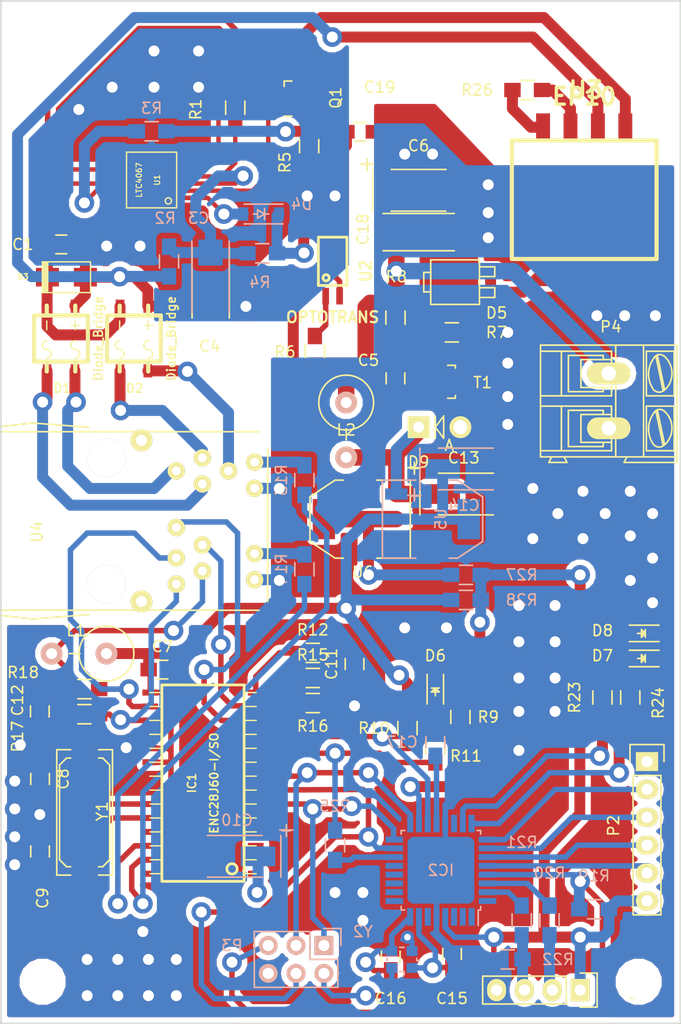
<source format=kicad_pcb>
(kicad_pcb (version 4) (host pcbnew 4.0.2+dfsg1-stable)
  (title_block (title "PCB Circuito de Control POE") (company "Daniel Jimenez"))
  (layers (0 F.Cu signal hide) (31 B.Cu signal) (34 B.Paste user) (35 F.Paste user hide) (36 B.SilkS user) (37 F.SilkS user hide) (38 B.Mask user) (39 F.Mask user hide) (44 Edge.Cuts user))
  (net 0 "")
  (net 1 "Net-(C1-Pad1)")
  (net 2 "Net-(C1-Pad2)")
  (net 3 GND)
  (net 4 /PVCC)
  (net 5 "Net-(C5-Pad1)")
  (net 6 "Net-(C5-Pad2)")
  (net 7 GNDD)
  (net 8 /VOUT)
  (net 9 "Net-(D1-Pad2)")
  (net 10 "Net-(D1-Pad4)")
  (net 11 "Net-(D2-Pad2)")
  (net 12 "Net-(D2-Pad4)")
  (net 13 "Net-(D4-Pad1)")
  (net 14 "Net-(D4-Pad2)")
  (net 15 "Net-(Q1-Pad1)")
  (net 16 "Net-(Q1-Pad3)")
  (net 17 "Net-(Q1-Pad4)")
  (net 18 "Net-(R1-Pad1)")
  (net 19 "Net-(R3-Pad2)")
  (net 20 "Net-(R6-Pad1)")
  (net 21 "Net-(U1-Pad6)")
  (net 22 "Net-(U1-Pad11)")
  (net 23 VCC)
  (net 24 "Net-(C8-Pad1)")
  (net 25 "Net-(C9-Pad1)")
  (net 26 "Net-(C10-Pad1)")
  (net 27 "Net-(C11-Pad1)")
  (net 28 /CT)
  (net 29 "Net-(D6-Pad2)")
  (net 30 "Net-(IC1-Pad3)")
  (net 31 "Net-(IC1-Pad4)")
  (net 32 "Net-(IC1-Pad5)")
  (net 33 /RD-)
  (net 34 /RD+)
  (net 35 "Net-(IC1-Pad14)")
  (net 36 /TD-)
  (net 37 /TD+)
  (net 38 "Net-(IC1-Pad26)")
  (net 39 "Net-(IC1-Pad27)")
  (net 40 /LED1)
  (net 41 /LED2)
  (net 42 /SO)
  (net 43 /SI)
  (net 44 /SCK)
  (net 45 /CS)
  (net 46 /RST)
  (net 47 "Net-(C15-Pad2)")
  (net 48 "Net-(C16-Pad2)")
  (net 49 "Net-(IC2-Pad1)")
  (net 50 "Net-(IC2-Pad2)")
  (net 51 "Net-(IC2-Pad9)")
  (net 52 "Net-(IC2-Pad10)")
  (net 53 "Net-(IC2-Pad11)")
  (net 54 "Net-(IC2-Pad12)")
  (net 55 "Net-(IC2-Pad13)")
  (net 56 "Net-(IC2-Pad22)")
  (net 57 "Net-(IC2-Pad23)")
  (net 58 "Net-(IC2-Pad24)")
  (net 59 "Net-(IC2-Pad25)")
  (net 60 "Net-(IC2-Pad26)")
  (net 61 "Net-(IC2-Pad27)")
  (net 62 "Net-(IC2-Pad28)")
  (net 63 "Net-(IC2-Pad29)")
  (net 64 /RX)
  (net 65 /TX)
  (net 66 "Net-(IC2-Pad32)")
  (net 67 "Net-(P1-Pad3)")
  (net 68 "Net-(P1-Pad2)")
  (net 69 "Net-(D5-Pad1)")
  (net 70 "Net-(IC2-Pad3)")
  (net 71 "Net-(IC2-Pad6)")
  (net 72 "Net-(R26-Pad1)")
  (net 73 "Net-(R26-Pad2)")
  (net 74 "Net-(C17-Pad1)")
  (net 75 "Net-(D7-Pad2)")
  (net 76 "Net-(D8-Pad2)")
  (net 77 "Net-(IC1-Pad9)")
  (net 78 /5V)
  (net 79 "Net-(C13-Pad1)")
  (net 80 "Net-(R27-Pad2)")
  (module Resistors_SMD:R_0805_HandSoldering (layer B.Cu) (at 63.5 114.3 270)
    (fp_text reference R25 (at -3.556 0 360) (layer B.SilkS) (effects (justify mirror)))
    (fp_text value R)
    (pad 1 smd rect (at -1.35 0 270) (size 1.5 1.3) (layers B.Cu B.Paste B.Mask) (net 77 "Net-(IC1-Pad9)"))
    (pad 2 smd rect (at 1.35 0 270) (size 1.5 1.3) (layers B.Cu B.Paste B.Mask) (net 45 /CS))
  )
  (module Housings_QFP:TQFP-32_7x7mm_Pitch0.8mm (layer B.Cu) (at 73.152 116.586 90)
    (fp_text reference IC2 (at 0 0 180) (layer B.SilkS) (effects (justify mirror)))
    (fp_text value ATMEGA328P-A)
    (pad 1 smd rect (at -4.25 2.8 90) (size 1.6 0.55) (layers B.Cu B.Paste B.Mask) (net 49 "Net-(IC2-Pad1)"))
    (pad 2 smd rect (at -4.25 2 90) (size 1.6 0.55) (layers B.Cu B.Paste B.Mask) (net 50 "Net-(IC2-Pad2)"))
    (pad 3 smd rect (at -4.25 1.2 90) (size 1.6 0.55) (layers B.Cu B.Paste B.Mask) (net 70 "Net-(IC2-Pad3)"))
    (pad 4 smd rect (at -4.25 0.4 90) (size 1.6 0.55) (layers B.Cu B.Paste B.Mask) (net 78 /5V))
    (pad 5 smd rect (at -4.25 -0.4 90) (size 1.6 0.55) (layers B.Cu B.Paste B.Mask) (net 7 GNDD))
    (pad 6 smd rect (at -4.25 -1.2 90) (size 1.6 0.55) (layers B.Cu B.Paste B.Mask) (net 71 "Net-(IC2-Pad6)"))
    (pad 7 smd rect (at -4.25 -2 90) (size 1.6 0.55) (layers B.Cu B.Paste B.Mask) (net 47 "Net-(C15-Pad2)"))
    (pad 8 smd rect (at -4.25 -2.8 90) (size 1.6 0.55) (layers B.Cu B.Paste B.Mask) (net 48 "Net-(C16-Pad2)"))
    (pad 9 smd rect (at -2.8 -4.25) (size 1.6 0.55) (layers B.Cu B.Paste B.Mask) (net 51 "Net-(IC2-Pad9)"))
    (pad 10 smd rect (at -2 -4.25) (size 1.6 0.55) (layers B.Cu B.Paste B.Mask) (net 52 "Net-(IC2-Pad10)"))
    (pad 11 smd rect (at -1.2 -4.25) (size 1.6 0.55) (layers B.Cu B.Paste B.Mask) (net 53 "Net-(IC2-Pad11)"))
    (pad 12 smd rect (at -0.4 -4.25) (size 1.6 0.55) (layers B.Cu B.Paste B.Mask) (net 54 "Net-(IC2-Pad12)"))
    (pad 13 smd rect (at 0.4 -4.25) (size 1.6 0.55) (layers B.Cu B.Paste B.Mask) (net 55 "Net-(IC2-Pad13)"))
    (pad 14 smd rect (at 1.2 -4.25) (size 1.6 0.55) (layers B.Cu B.Paste B.Mask) (net 45 /CS))
    (pad 15 smd rect (at 2 -4.25) (size 1.6 0.55) (layers B.Cu B.Paste B.Mask) (net 43 /SI))
    (pad 16 smd rect (at 2.8 -4.25) (size 1.6 0.55) (layers B.Cu B.Paste B.Mask) (net 42 /SO))
    (pad 17 smd rect (at 4.25 -2.8 90) (size 1.6 0.55) (layers B.Cu B.Paste B.Mask) (net 44 /SCK))
    (pad 18 smd rect (at 4.25 -2 90) (size 1.6 0.55) (layers B.Cu B.Paste B.Mask) (net 78 /5V))
    (pad 19 smd rect (at 4.25 -1.2 90) (size 1.6 0.55) (layers B.Cu B.Paste B.Mask) (net 46 /RST))
    (pad 20 smd rect (at 4.25 -0.4 90) (size 1.6 0.55) (layers B.Cu B.Paste B.Mask) (net 74 "Net-(C17-Pad1)"))
    (pad 21 smd rect (at 4.25 0.4 90) (size 1.6 0.55) (layers B.Cu B.Paste B.Mask) (net 7 GNDD))
    (pad 22 smd rect (at 4.25 1.2 90) (size 1.6 0.55) (layers B.Cu B.Paste B.Mask) (net 56 "Net-(IC2-Pad22)"))
    (pad 23 smd rect (at 4.25 2 90) (size 1.6 0.55) (layers B.Cu B.Paste B.Mask) (net 57 "Net-(IC2-Pad23)"))
    (pad 24 smd rect (at 4.25 2.8 90) (size 1.6 0.55) (layers B.Cu B.Paste B.Mask) (net 58 "Net-(IC2-Pad24)"))
    (pad 25 smd rect (at 2.8 4.25) (size 1.6 0.55) (layers B.Cu B.Paste B.Mask) (net 59 "Net-(IC2-Pad25)"))
    (pad 26 smd rect (at 2 4.25) (size 1.6 0.55) (layers B.Cu B.Paste B.Mask) (net 60 "Net-(IC2-Pad26)"))
    (pad 27 smd rect (at 1.2 4.25) (size 1.6 0.55) (layers B.Cu B.Paste B.Mask) (net 61 "Net-(IC2-Pad27)"))
    (pad 28 smd rect (at 0.4 4.25) (size 1.6 0.55) (layers B.Cu B.Paste B.Mask) (net 62 "Net-(IC2-Pad28)"))
    (pad 29 smd rect (at -0.4 4.25) (size 1.6 0.55) (layers B.Cu B.Paste B.Mask) (net 63 "Net-(IC2-Pad29)"))
    (pad 30 smd rect (at -1.2 4.25) (size 1.6 0.55) (layers B.Cu B.Paste B.Mask) (net 64 /RX))
    (pad 31 smd rect (at -2 4.25) (size 1.6 0.55) (layers B.Cu B.Paste B.Mask) (net 65 /TX))
    (pad 32 smd rect (at -2.8 4.25) (size 1.6 0.55) (layers B.Cu B.Paste B.Mask) (net 66 "Net-(IC2-Pad32)"))
  )
  (module TO_SOT_Packages_SMD:SOT-223 (layer F.Cu) (at 65.786 84.582 90)
    (fp_text reference U6 (at -4.826 0.254 180) (layer F.SilkS))
    (fp_text value AP1117)
    (pad 4 smd rect (at 0 -3.302 90) (size 3.6576 2.032) (layers F.Cu F.Paste F.Mask))
    (pad 2 smd rect (at 0 3.302 90) (size 1.016 2.032) (layers F.Cu F.Paste F.Mask) (net 80 "Net-(R27-Pad2)"))
    (pad 3 smd rect (at 2.286 3.302 90) (size 1.016 2.032) (layers F.Cu F.Paste F.Mask) (net 79 "Net-(C13-Pad1)"))
    (pad 1 smd rect (at -2.286 3.302 90) (size 1.016 2.032) (layers F.Cu F.Paste F.Mask) (net 7 GNDD))
  )
  (module mgmt_1:MG_SI_52003 (layer F.Cu) (at 42.672 85.344 270)
    (fp_text reference U4 (at 0.39687 6.34992 270) (layer F.SilkS))
    (fp_text value MagJack_SI_52003)
    (pad 1 thru_hole circle (at 5.15931 -6.34992 270) (size 1.588 1.588) (drill 0.7938) (layers *.Cu *.Mask F.SilkS) (net 37 /TD+))
    (pad 3 thru_hole circle (at 2.77809 -6.34992 270) (size 1.588 1.588) (drill 0.7938) (layers *.Cu *.Mask F.SilkS) (net 36 /TD-))
    (pad 2 thru_hole circle (at 3.9687 -8.73114 270) (size 1.588 1.588) (drill 0.7938) (layers *.Cu *.Mask F.SilkS) (net 28 /CT))
    (pad 5 thru_hole circle (at 0 -6.34992 270) (size 1.588 1.588) (drill 0.7938) (layers *.Cu *.Mask F.SilkS) (net 33 /RD-))
    (pad 4 thru_hole circle (at 1.58748 -8.73114 270) (size 1.588 1.588) (drill 0.7938) (layers *.Cu *.Mask F.SilkS) (net 34 /RD+))
    (pad 9 thru_hole circle (at -5.15931 -6.34992 270) (size 1.588 1.588) (drill 0.7938) (layers *.Cu *.Mask F.SilkS) (net 10 "Net-(D1-Pad4)"))
    (pad 8 thru_hole circle (at -3.9687 -8.73114 270) (size 1.588 1.588) (drill 0.7938) (layers *.Cu *.Mask F.SilkS) (net 9 "Net-(D1-Pad2)"))
    (pad 10 thru_hole circle (at -6.34992 -8.73114 270) (size 1.588 1.588) (drill 0.7938) (layers *.Cu *.Mask F.SilkS) (net 11 "Net-(D2-Pad2)"))
    (pad 11 thru_hole circle (at -5.15931 -11.11236 270) (size 1.588 1.588) (drill 0.7938) (layers *.Cu *.Mask F.SilkS) (net 12 "Net-(D2-Pad4)"))
    (pad 12 thru_hole circle (at -5.95305 -13.49358 270) (size 1.588 1.588) (drill 0.7938) (layers *.Cu *.Mask F.SilkS) (net 40 /LED1))
    (pad 13 thru_hole circle (at -3.57183 -13.49358 270) (size 1.588 1.588) (drill 0.7938) (layers *.Cu *.Mask F.SilkS) (net 7 GNDD))
    (pad 15 thru_hole circle (at 4.76244 -13.49358 270) (size 1.588 1.588) (drill 0.7938) (layers *.Cu *.Mask F.SilkS) (net 7 GNDD))
    (pad 14 thru_hole circle (at 2.38122 -13.49358 270) (size 1.588 1.588) (drill 0.7938) (layers *.Cu *.Mask F.SilkS) (net 41 /LED2))
    (pad "" thru_hole circle (at 6.74679 -3.17496 270) (size 2 2) (drill 1) (layers *.Cu *.Mask F.SilkS))
    (pad "" thru_hole circle (at -7.9374 -3.17496 270) (size 2 2) (drill 1) (layers *.Cu *.Mask F.SilkS))
    (pad "" thru_hole circle (at 5.15931 0 270) (size 3.5 3.5) (drill 3.5) (layers *.Cu *.Mask F.SilkS))
    (pad "" thru_hole circle (at -6.34992 0 270) (size 3.5 3.5) (drill 3.5) (layers *.Cu *.Mask F.SilkS))
  )
  (module w_smd_dil:soic-28 (layer F.Cu) (at 51.457 108.645 90)
    (fp_text reference IC1 (at 0 -1.016 90) (layer F.SilkS) (effects (font (size 0.7493 0.7493) (thickness 0.14986))))
    (fp_text value ENC28J60-I/SO (at 0 1.016 90) (layer F.SilkS) (effects (font (size 0.7493 0.7493) (thickness 0.14986))))
    (pad 1 smd rect (at -8.255 4.81076 90) (size 0.55118 1.43002) (layers F.Cu F.Paste F.Mask) (net 26 "Net-(C10-Pad1)"))
    (pad 2 smd rect (at -6.985 4.81076 90) (size 0.55118 1.43002) (layers F.Cu F.Paste F.Mask) (net 7 GNDD))
    (pad 3 smd rect (at -5.715 4.81076 90) (size 0.55118 1.43002) (layers F.Cu F.Paste F.Mask) (net 30 "Net-(IC1-Pad3)"))
    (pad 4 smd rect (at -4.445 4.81076 90) (size 0.55118 1.43002) (layers F.Cu F.Paste F.Mask) (net 31 "Net-(IC1-Pad4)"))
    (pad 5 smd rect (at -3.175 4.81076 90) (size 0.55118 1.43002) (layers F.Cu F.Paste F.Mask) (net 32 "Net-(IC1-Pad5)"))
    (pad 6 smd rect (at -1.905 4.81076 90) (size 0.55118 1.43002) (layers F.Cu F.Paste F.Mask) (net 42 /SO))
    (pad 7 smd rect (at -0.635 4.81076 90) (size 0.55118 1.43002) (layers F.Cu F.Paste F.Mask) (net 43 /SI))
    (pad 8 smd rect (at 0.635 4.81076 90) (size 0.55118 1.43002) (layers F.Cu F.Paste F.Mask) (net 44 /SCK))
    (pad 9 smd rect (at 1.905 4.81076 90) (size 0.55118 1.43002) (layers F.Cu F.Paste F.Mask) (net 77 "Net-(IC1-Pad9)"))
    (pad 10 smd rect (at 3.175 4.81076 90) (size 0.55118 1.43002) (layers F.Cu F.Paste F.Mask) (net 46 /RST))
    (pad 11 smd rect (at 4.445 4.81076 90) (size 0.55118 1.43002) (layers F.Cu F.Paste F.Mask) (net 7 GNDD))
    (pad 12 smd rect (at 5.715 4.81076 90) (size 0.55118 1.43002) (layers F.Cu F.Paste F.Mask) (net 33 /RD-))
    (pad 13 smd rect (at 6.985 4.81076 90) (size 0.55118 1.43002) (layers F.Cu F.Paste F.Mask) (net 34 /RD+))
    (pad 14 smd rect (at 8.255 4.81076 90) (size 0.55118 1.43002) (layers F.Cu F.Paste F.Mask) (net 35 "Net-(IC1-Pad14)"))
    (pad 15 smd rect (at 8.255 -4.81076 90) (size 0.55118 1.43002) (layers F.Cu F.Paste F.Mask) (net 23 VCC))
    (pad 16 smd rect (at 6.985 -4.81076 90) (size 0.55118 1.43002) (layers F.Cu F.Paste F.Mask) (net 36 /TD-))
    (pad 17 smd rect (at 5.715 -4.81076 90) (size 0.55118 1.43002) (layers F.Cu F.Paste F.Mask) (net 37 /TD+))
    (pad 18 smd rect (at 4.445 -4.81076 90) (size 0.55118 1.43002) (layers F.Cu F.Paste F.Mask) (net 7 GNDD))
    (pad 19 smd rect (at 3.175 -4.81076 90) (size 0.55118 1.43002) (layers F.Cu F.Paste F.Mask) (net 23 VCC))
    (pad 20 smd rect (at 1.905 -4.81076 90) (size 0.55118 1.43002) (layers F.Cu F.Paste F.Mask) (net 23 VCC))
    (pad 21 smd rect (at 0.635 -4.81076 90) (size 0.55118 1.43002) (layers F.Cu F.Paste F.Mask) (net 7 GNDD))
    (pad 22 smd rect (at -0.635 -4.81076 90) (size 0.55118 1.43002) (layers F.Cu F.Paste F.Mask) (net 7 GNDD))
    (pad 23 smd rect (at -1.905 -4.81076 90) (size 0.55118 1.43002) (layers F.Cu F.Paste F.Mask) (net 24 "Net-(C8-Pad1)"))
    (pad 24 smd rect (at -3.175 -4.81076 90) (size 0.55118 1.43002) (layers F.Cu F.Paste F.Mask) (net 25 "Net-(C9-Pad1)"))
    (pad 25 smd rect (at -4.445 -4.81076 90) (size 0.55118 1.43002) (layers F.Cu F.Paste F.Mask) (net 23 VCC))
    (pad 26 smd rect (at -5.715 -4.81076 90) (size 0.55118 1.43002) (layers F.Cu F.Paste F.Mask) (net 38 "Net-(IC1-Pad26)"))
    (pad 27 smd rect (at -6.985 -4.81076 90) (size 0.55118 1.43002) (layers F.Cu F.Paste F.Mask) (net 39 "Net-(IC1-Pad27)"))
    (pad 28 smd rect (at -8.255 -4.81076 90) (size 0.55118 1.43002) (layers F.Cu F.Paste F.Mask) (net 23 VCC))
  )
  (module Capacitors_SMD:C_0805_HandSoldering (layer F.Cu) (at 36.598 114.868 90)
    (fp_text reference C9 (at -4.258 0.232 90) (layer F.SilkS))
    (fp_text value C)
    (pad 1 smd rect (at -1.25 0 90) (size 1.5 1.25) (layers F.Cu F.Paste F.Mask) (net 25 "Net-(C9-Pad1)"))
    (pad 2 smd rect (at 1.25 0 90) (size 1.5 1.25) (layers F.Cu F.Paste F.Mask) (net 7 GNDD))
  )
  (module TO_SOT_Packages_SMD:TSOT-6-MK06A_Handsoldering (layer F.Cu) (at 59.21 46.25 270)
    (fp_text reference Q1 (at -0.07112 -4.35102 270) (layer F.SilkS))
    (fp_text value MOSFET_2512 hide)
    (pad 1 smd rect (at -0.94996 1.80086 270) (size 0.69088 1.99898) (layers F.Cu F.Paste F.Mask) (net 15 "Net-(Q1-Pad1)"))
    (pad 2 smd rect (at 0 1.80086 270) (size 0.69088 1.99898) (layers F.Cu F.Paste F.Mask) (net 15 "Net-(Q1-Pad1)"))
    (pad 3 smd rect (at 0.94996 1.80086 270) (size 0.69088 1.99898) (layers F.Cu F.Paste F.Mask) (net 16 "Net-(Q1-Pad3)"))
    (pad 4 smd rect (at 0.94996 -1.80086 270) (size 0.69088 1.99898) (layers F.Cu F.Paste F.Mask) (net 17 "Net-(Q1-Pad4)"))
    (pad 5 smd rect (at 0 -1.80086 270) (size 0.69088 1.99898) (layers F.Cu F.Paste F.Mask) (net 15 "Net-(Q1-Pad1)"))
    (pad 6 smd rect (at -0.94996 -1.80086 270) (size 0.69088 1.99898) (layers F.Cu F.Paste F.Mask) (net 15 "Net-(Q1-Pad1)"))
  )
  (module w_smd_inductors:transf_smd_ep10-8 (layer F.Cu) (at 86.22 55.47 180)
    (fp_text reference U3 (at -0.14 10.004 180) (layer F.SilkS) (effects (font (thickness 0.3048))))
    (fp_text value EP10 (at 0 9.4 180) (layer F.SilkS) (effects (font (thickness 0.3048))))
    (pad 1 smd rect (at 3.75 6.605 180) (size 1.27 2.54) (layers F.Cu F.Paste F.Mask) (net 72 "Net-(R26-Pad1)"))
    (pad 2 smd rect (at 1.25 6.605 180) (size 1.27 2.54) (layers F.Cu F.Paste F.Mask) (net 73 "Net-(R26-Pad2)"))
    (pad 3 smd rect (at -1.25 6.605 180) (size 1.27 2.54) (layers F.Cu F.Paste F.Mask) (net 1 "Net-(C1-Pad1)"))
    (pad 4 smd rect (at -3.75 6.605 180) (size 1.27 2.54) (layers F.Cu F.Paste F.Mask) (net 15 "Net-(Q1-Pad1)"))
    (pad 5 smd rect (at -3.75 -6.605 180) (size 1.27 2.54) (layers F.Cu F.Paste F.Mask) (net 7 GNDD))
    (pad 6 smd rect (at -1.25 -6.605 180) (size 1.27 2.54) (layers F.Cu F.Paste F.Mask) (net 7 GNDD))
    (pad 7 smd rect (at 1.25 -6.605 180) (size 1.27 2.54) (layers F.Cu F.Paste F.Mask) (net 69 "Net-(D5-Pad1)"))
    (pad 8 smd rect (at 3.75 -6.605 180) (size 1.27 2.54) (layers F.Cu F.Paste F.Mask) (net 69 "Net-(D5-Pad1)"))
  )
  (module Resistors_SMD:R_0805_HandSoldering (layer B.Cu) (at 60.706 89.154 270)
    (fp_text reference R14 (at 0 2.1 270) (layer B.SilkS) (effects (justify mirror)))
    (fp_text value R)
    (pad 1 smd rect (at -1.35 0 270) (size 1.5 1.3) (layers B.Cu B.Paste B.Mask) (net 41 /LED2))
    (pad 2 smd rect (at 1.35 0 270) (size 1.5 1.3) (layers B.Cu B.Paste B.Mask) (net 38 "Net-(IC1-Pad26)"))
  )
  (module Mounting_Holes:MountingHole_3.2mm_M3 (layer F.Cu) (at 91.186 126.746)
    (fp_text reference REF** hide)
    (fp_text value MountingHole_3.2mm_M3 hide)
    (pad 1 np_thru_hole circle (at 0 0) (size 3.2 3.2) (drill 3.2) (layers *.Cu *.Mask F.SilkS))
  )
  (module Crystals:Q_49U3HMS (layer F.Cu) (at 40.662 111.312 270)
    (fp_text reference Y1 (at -0.1 -1.6 270) (layer F.SilkS))
    (fp_text value Crystal)
    (pad 1 smd rect (at -4.699 0 270) (size 5.4991 1.99898) (layers F.Cu F.Paste F.Mask) (net 24 "Net-(C8-Pad1)"))
    (pad 2 smd rect (at 4.699 0 270) (size 5.4991 1.99898) (layers F.Cu F.Paste F.Mask) (net 25 "Net-(C9-Pad1)"))
  )
  (module w_smd_diode:MBS (layer F.Cu) (at 38.51 68.12 90)
    (fp_text reference D1 (at -4.524 0.098 180) (layer F.SilkS) (effects (font (size 0.8001 0.8001) (thickness 0.14986))))
    (fp_text value Diode_Bridge (at 0 3.40106 90) (layer F.SilkS) (effects (font (size 0.8001 0.8001) (thickness 0.14986))))
    (pad 2 smd rect (at -2.94894 -1.27 90) (size 1.19888 0.8001) (layers F.Cu F.Paste F.Mask) (net 9 "Net-(D1-Pad2)"))
    (pad 4 smd rect (at -2.9464 1.27 90) (size 1.19888 0.8001) (layers F.Cu F.Paste F.Mask) (net 10 "Net-(D1-Pad4)"))
    (pad 3 smd rect (at 2.94894 1.27 90) (size 1.19888 0.8001) (layers F.Cu F.Paste F.Mask) (net 1 "Net-(C1-Pad1)"))
    (pad 1 smd rect (at 2.9464 -1.27 90) (size 1.19888 0.8001) (layers F.Cu F.Paste F.Mask) (net 2 "Net-(C1-Pad2)"))
  )
  (module w_smd_diode:MBS (layer F.Cu) (at 45.16 68.12 90)
    (fp_text reference D2 (at -4.524 0.052 360) (layer F.SilkS) (effects (font (size 0.8001 0.8001) (thickness 0.14986))))
    (fp_text value Diode_Bridge (at 0 3.40106 90) (layer F.SilkS) (effects (font (size 0.8001 0.8001) (thickness 0.14986))))
    (pad 2 smd rect (at -2.94894 -1.27 90) (size 1.19888 0.8001) (layers F.Cu F.Paste F.Mask) (net 11 "Net-(D2-Pad2)"))
    (pad 4 smd rect (at -2.9464 1.27 90) (size 1.19888 0.8001) (layers F.Cu F.Paste F.Mask) (net 12 "Net-(D2-Pad4)"))
    (pad 3 smd rect (at 2.94894 1.27 90) (size 1.19888 0.8001) (layers F.Cu F.Paste F.Mask) (net 1 "Net-(C1-Pad1)"))
    (pad 1 smd rect (at 2.9464 -1.27 90) (size 1.19888 0.8001) (layers F.Cu F.Paste F.Mask) (net 2 "Net-(C1-Pad2)"))
  )
  (module Capacitors_SMD:C_0805_HandSoldering (layer F.Cu) (at 38.53 59.54 180)
    (fp_text reference C1 (at 3.5 0 180) (layer F.SilkS))
    (fp_text value CP1_Small)
    (pad 1 smd rect (at -1.25 0 180) (size 1.5 1.25) (layers F.Cu F.Paste F.Mask) (net 1 "Net-(C1-Pad1)"))
    (pad 2 smd rect (at 1.25 0 180) (size 1.5 1.25) (layers F.Cu F.Paste F.Mask) (net 2 "Net-(C1-Pad2)"))
  )
  (module Capacitors_SMD:C_0805_HandSoldering (layer F.Cu) (at 69.01 71.75 90)
    (fp_text reference C5 (at 1.646 -2.462 180) (layer F.SilkS))
    (fp_text value C)
    (pad 1 smd rect (at -1.25 0 90) (size 1.5 1.25) (layers F.Cu F.Paste F.Mask) (net 5 "Net-(C5-Pad1)"))
    (pad 2 smd rect (at 1.25 0 90) (size 1.5 1.25) (layers F.Cu F.Paste F.Mask) (net 6 "Net-(C5-Pad2)"))
  )
  (module Capacitors_Tantalum_SMD:TantalC_SizeB_EIA-3528_HandSoldering (layer F.Cu) (at 71.12 54.61)
    (fp_text reference C6 (at 0 -4.064) (layer F.SilkS))
    (fp_text value C)
    (fp_text user + (at -4.70154 -2.4003) (layer F.SilkS))
    (pad 2 smd rect (at 2.12598 0) (size 3.1496 1.80086) (layers F.Cu F.Paste F.Mask) (net 7 GNDD))
    (pad 1 smd rect (at -2.12598 0) (size 3.1496 1.80086) (layers F.Cu F.Paste F.Mask) (net 8 /VOUT))
  )
  (module Diodes_SMD:SOD-123 (layer B.Cu) (at 56.75 56.77 180)
    (fp_text reference D4 (at -3.702 0.89 180) (layer B.SilkS) (effects (justify mirror)))
    (fp_text value D)
    (pad 1 smd rect (at -1.635 0 180) (size 0.91 1.22) (layers B.Cu B.Paste B.Mask) (net 13 "Net-(D4-Pad1)"))
    (pad 2 smd rect (at 1.635 0 180) (size 0.91 1.22) (layers B.Cu B.Paste B.Mask) (net 14 "Net-(D4-Pad2)"))
  )
  (module SMD_Packages:powermite3 (layer F.Cu) (at 75.78 62.98 90)
    (fp_text reference D5 (at -2.806 2.452 360) (layer F.SilkS))
    (fp_text value D_Schottky)
    (pad 1 smd rect (at -0.9144 1.905 90) (size 0.9652 1.27) (layers F.Cu F.Paste F.Mask) (net 69 "Net-(D5-Pad1)"))
    (pad 2 smd rect (at 0 -1.905 90) (size 4.826 5.334) (layers F.Cu F.Paste F.Mask) (net 8 /VOUT))
    (pad 3 smd rect (at 0.9144 1.905 90) (size 0.9652 1.27) (layers F.Cu F.Paste F.Mask))
  )
  (module Resistors_SMD:R_0805_HandSoldering (layer F.Cu) (at 54.4 47.08 90)
    (fp_text reference R1 (at -0.164 -3.6 90) (layer F.SilkS))
    (fp_text value R)
    (pad 1 smd rect (at -1.35 0 90) (size 1.5 1.3) (layers F.Cu F.Paste F.Mask) (net 18 "Net-(R1-Pad1)"))
    (pad 2 smd rect (at 1.35 0 90) (size 1.5 1.3) (layers F.Cu F.Paste F.Mask) (net 2 "Net-(C1-Pad2)"))
  )
  (module Resistors_SMD:R_0805_HandSoldering (layer B.Cu) (at 48.36 61.1 90)
    (fp_text reference R2 (at 3.95 -0.354 180) (layer B.SilkS) (effects (justify mirror)))
    (fp_text value R)
    (pad 1 smd rect (at -1.35 0 90) (size 1.5 1.3) (layers B.Cu B.Paste B.Mask) (net 1 "Net-(C1-Pad1)"))
    (pad 2 smd rect (at 1.35 0 90) (size 1.5 1.3) (layers B.Cu B.Paste B.Mask) (net 4 /PVCC))
  )
  (module Resistors_SMD:R_0805_HandSoldering (layer B.Cu) (at 46.77 49.23 180)
    (fp_text reference R3 (at 0 2.1 180) (layer B.SilkS) (effects (justify mirror)))
    (fp_text value R)
    (pad 1 smd rect (at -1.35 0 180) (size 1.5 1.3) (layers B.Cu B.Paste B.Mask) (net 17 "Net-(Q1-Pad4)"))
    (pad 2 smd rect (at 1.35 0 180) (size 1.5 1.3) (layers B.Cu B.Paste B.Mask) (net 19 "Net-(R3-Pad2)"))
  )
  (module Resistors_SMD:R_0805_HandSoldering (layer B.Cu) (at 56.86 60.35)
    (fp_text reference R4 (at -0.218 2.642) (layer B.SilkS) (effects (justify mirror)))
    (fp_text value R)
    (pad 1 smd rect (at -1.35 0) (size 1.5 1.3) (layers B.Cu B.Paste B.Mask) (net 4 /PVCC))
    (pad 2 smd rect (at 1.35 0) (size 1.5 1.3) (layers B.Cu B.Paste B.Mask) (net 13 "Net-(D4-Pad1)"))
  )
  (module Resistors_SMD:R_0805_HandSoldering (layer F.Cu) (at 61.14 50.58 270)
    (fp_text reference R5 (at 1.49 2.212 270) (layer F.SilkS))
    (fp_text value R)
    (pad 1 smd rect (at -1.35 0 270) (size 1.5 1.3) (layers F.Cu F.Paste F.Mask) (net 17 "Net-(Q1-Pad4)"))
    (pad 2 smd rect (at 1.35 0 270) (size 1.5 1.3) (layers F.Cu F.Paste F.Mask) (net 3 GND))
  )
  (module Resistors_SMD:R_0805_HandSoldering (layer F.Cu) (at 61.66 69.24 270)
    (fp_text reference R6 (at 0.102 2.732 360) (layer F.SilkS))
    (fp_text value R)
    (pad 1 smd rect (at -1.35 0 270) (size 1.5 1.3) (layers F.Cu F.Paste F.Mask) (net 20 "Net-(R6-Pad1)"))
    (pad 2 smd rect (at 1.35 0 270) (size 1.5 1.3) (layers F.Cu F.Paste F.Mask) (net 8 /VOUT))
  )
  (module Resistors_SMD:R_0805_HandSoldering (layer F.Cu) (at 74.15 67.56)
    (fp_text reference R7 (at 4.082 0.004) (layer F.SilkS))
    (fp_text value R)
    (pad 1 smd rect (at -1.35 0) (size 1.5 1.3) (layers F.Cu F.Paste F.Mask) (net 6 "Net-(C5-Pad2)"))
    (pad 2 smd rect (at 1.35 0) (size 1.5 1.3) (layers F.Cu F.Paste F.Mask) (net 7 GNDD))
  )
  (module Resistors_SMD:R_0805_HandSoldering (layer F.Cu) (at 69.01 66.22 270)
    (fp_text reference R8 (at -3.736 -0.078 360) (layer F.SilkS))
    (fp_text value R)
    (pad 1 smd rect (at -1.35 0 270) (size 1.5 1.3) (layers F.Cu F.Paste F.Mask) (net 8 /VOUT))
    (pad 2 smd rect (at 1.35 0 270) (size 1.5 1.3) (layers F.Cu F.Paste F.Mask) (net 6 "Net-(C5-Pad2)"))
  )
  (module TO_SOT_Packages_SMD:SOT-23 (layer F.Cu) (at 73.82 72.06 270)
    (fp_text reference T1 (at 0.076 -3.142 360) (layer F.SilkS))
    (fp_text value SHUNT_REGULATOR)
    (pad 1 smd rect (at -0.95 1.00076 270) (size 0.8001 0.8001) (layers F.Cu F.Paste F.Mask) (net 6 "Net-(C5-Pad2)"))
    (pad 2 smd rect (at 0.95 1.00076 270) (size 0.8001 0.8001) (layers F.Cu F.Paste F.Mask) (net 5 "Net-(C5-Pad1)"))
    (pad 3 smd rect (at 0 -0.99822 270) (size 0.8001 0.8001) (layers F.Cu F.Paste F.Mask) (net 7 GNDD))
  )
  (module w_smd_dil:tssop-16 (layer F.Cu) (at 46.77 53.67 90)
    (fp_text reference U1 (at 0 0.508 90) (layer F.SilkS) (effects (font (size 0.50038 0.50038) (thickness 0.09906))))
    (fp_text value LTC4067 (at 0 -1.143 90) (layer F.SilkS) (effects (font (size 0.50038 0.50038) (thickness 0.09906))))
    (pad 4 smd rect (at -0.32512 2.79908 90) (size 0.4191 1.47066) (layers F.Cu F.Paste F.Mask) (net 4 /PVCC))
    (pad 5 smd rect (at 0.32512 2.79908 90) (size 0.4191 1.47066) (layers F.Cu F.Paste F.Mask) (net 18 "Net-(R1-Pad1)"))
    (pad 6 smd rect (at 0.97536 2.79908 90) (size 0.4191 1.47066) (layers F.Cu F.Paste F.Mask) (net 21 "Net-(U1-Pad6)"))
    (pad 7 smd rect (at 1.6256 2.79908 90) (size 0.4191 1.47066) (layers F.Cu F.Paste F.Mask) (net 2 "Net-(C1-Pad2)"))
    (pad 16 smd rect (at -2.26568 -2.794 90) (size 0.4191 1.47066) (layers F.Cu F.Paste F.Mask) (net 3 GND))
    (pad 1 smd rect (at -2.27584 2.79908 90) (size 0.4191 1.47066) (layers F.Cu F.Paste F.Mask) (net 3 GND))
    (pad 2 smd rect (at -1.6256 2.79908 90) (size 0.4191 1.47066) (layers F.Cu F.Paste F.Mask) (net 14 "Net-(D4-Pad2)"))
    (pad 3 smd rect (at -0.97536 2.79908 90) (size 0.4191 1.47066) (layers F.Cu F.Paste F.Mask) (net 16 "Net-(Q1-Pad3)"))
    (pad 9 smd rect (at 2.27584 -2.79908 90) (size 0.4191 1.47066) (layers F.Cu F.Paste F.Mask) (net 3 GND))
    (pad 10 smd rect (at 1.6256 -2.79908 90) (size 0.4191 1.47066) (layers F.Cu F.Paste F.Mask) (net 3 GND))
    (pad 11 smd rect (at 0.97536 -2.79908 90) (size 0.4191 1.47066) (layers F.Cu F.Paste F.Mask) (net 22 "Net-(U1-Pad11)"))
    (pad 12 smd rect (at 0.32512 -2.79908 90) (size 0.4191 1.47066) (layers F.Cu F.Paste F.Mask) (net 2 "Net-(C1-Pad2)"))
    (pad 13 smd rect (at -0.32512 -2.79908 90) (size 0.4191 1.47066) (layers F.Cu F.Paste F.Mask) (net 1 "Net-(C1-Pad1)"))
    (pad 14 smd rect (at -0.97536 -2.79908 90) (size 0.4191 1.47066) (layers F.Cu F.Paste F.Mask) (net 19 "Net-(R3-Pad2)"))
    (pad 8 smd rect (at 2.27584 2.79908 90) (size 0.4191 1.47066) (layers F.Cu F.Paste F.Mask) (net 3 GND))
    (pad 15 smd rect (at -1.6256 -2.794 90) (size 0.4191 1.47066) (layers F.Cu F.Paste F.Mask) (net 3 GND))
  )
  (module w_smd_dil:mfp_4 (layer F.Cu) (at 63.28 61.08)
    (fp_text reference U2 (at 3.014 0.896 90) (layer F.SilkS) (effects (font (thickness 0.2))))
    (fp_text value OPTOTRANS (at 0 5.1) (layer F.SilkS) (effects (font (thickness 0.2))))
    (pad 1 smd rect (at -0.635 3.175) (size 0.61 1.52) (layers F.Cu F.Paste F.Mask) (net 20 "Net-(R6-Pad1)"))
    (pad 2 smd rect (at 0.635 3.175) (size 0.61 1.52) (layers F.Cu F.Paste F.Mask) (net 5 "Net-(C5-Pad1)"))
    (pad 3 smd rect (at 0.635 -3.175) (size 0.61 1.52) (layers F.Cu F.Paste F.Mask) (net 3 GND))
    (pad 4 smd rect (at -0.635 -3.175) (size 0.61 1.52) (layers F.Cu F.Paste F.Mask) (net 13 "Net-(D4-Pad1)"))
  )
  (module Capacitors_SMD:C_0805_HandSoldering (layer F.Cu) (at 47.752 98.298)
    (fp_text reference C7 (at 0 -2.1) (layer F.SilkS))
    (fp_text value C)
    (pad 1 smd rect (at -1.25 0) (size 1.5 1.25) (layers F.Cu F.Paste F.Mask) (net 23 VCC))
    (pad 2 smd rect (at 1.25 0) (size 1.5 1.25) (layers F.Cu F.Paste F.Mask) (net 7 GNDD))
  )
  (module Capacitors_SMD:C_0805_HandSoldering (layer F.Cu) (at 36.598 108.264 270)
    (fp_text reference C8 (at 0 -2.1 270) (layer F.SilkS))
    (fp_text value C)
    (pad 1 smd rect (at -1.25 0 270) (size 1.5 1.25) (layers F.Cu F.Paste F.Mask) (net 24 "Net-(C8-Pad1)"))
    (pad 2 smd rect (at 1.25 0 270) (size 1.5 1.25) (layers F.Cu F.Paste F.Mask) (net 7 GNDD))
  )
  (module Capacitors_Tantalum_SMD:TantalC_SizeB_EIA-3528_HandSoldering (layer B.Cu) (at 54.356 115.316 180)
    (fp_text reference C10 (at -0.20066 3.29946 180) (layer B.SilkS) (effects (justify mirror)))
    (fp_text value CP)
    (fp_text user + (at -4.70154 2.4003 180) (layer B.SilkS) (effects (justify mirror)))
    (pad 2 smd rect (at 2.12598 0 180) (size 3.1496 1.80086) (layers B.Cu B.Paste B.Mask) (net 7 GNDD))
    (pad 1 smd rect (at -2.12598 0 180) (size 3.1496 1.80086) (layers B.Cu B.Paste B.Mask) (net 26 "Net-(C10-Pad1)"))
  )
  (module Capacitors_SMD:C_0805_HandSoldering (layer F.Cu) (at 65.278 97.79 90)
    (fp_text reference C11 (at 0 -2.1 90) (layer F.SilkS))
    (fp_text value C)
    (pad 1 smd rect (at -1.25 0 90) (size 1.5 1.25) (layers F.Cu F.Paste F.Mask) (net 27 "Net-(C11-Pad1)"))
    (pad 2 smd rect (at 1.25 0 90) (size 1.5 1.25) (layers F.Cu F.Paste F.Mask) (net 7 GNDD))
  )
  (module Capacitors_SMD:C_0805_HandSoldering (layer F.Cu) (at 36.576 102.108 270)
    (fp_text reference C12 (at -1.016 2.032 270) (layer F.SilkS))
    (fp_text value C)
    (pad 1 smd rect (at -1.25 0 270) (size 1.5 1.25) (layers F.Cu F.Paste F.Mask) (net 28 /CT))
    (pad 2 smd rect (at 1.25 0 270) (size 1.5 1.25) (layers F.Cu F.Paste F.Mask) (net 7 GNDD))
  )
  (module LEDs:LED_0805 (layer F.Cu) (at 72.644 100.33 270)
    (fp_text reference D6 (at -3.302 0 360) (layer F.SilkS))
    (fp_text value LED)
    (pad 2 smd rect (at 1.04902 0 90) (size 1.19888 1.19888) (layers F.Cu F.Paste F.Mask) (net 29 "Net-(D6-Pad2)"))
    (pad 1 smd rect (at -1.04902 0 90) (size 1.19888 1.19888) (layers F.Cu F.Paste F.Mask) (net 7 GNDD))
  )
  (module Resistors_SMD:R_0805_HandSoldering (layer F.Cu) (at 74.93 102.616 90)
    (fp_text reference R9 (at 0 2.54 180) (layer F.SilkS))
    (fp_text value R)
    (pad 1 smd rect (at -1.35 0 90) (size 1.5 1.3) (layers F.Cu F.Paste F.Mask) (net 23 VCC))
    (pad 2 smd rect (at 1.35 0 90) (size 1.5 1.3) (layers F.Cu F.Paste F.Mask) (net 29 "Net-(D6-Pad2)"))
  )
  (module Resistors_SMD:R_0805_HandSoldering (layer F.Cu) (at 70.104 103.632 90)
    (fp_text reference R10 (at 0 -3.048 180) (layer F.SilkS))
    (fp_text value R)
    (pad 1 smd rect (at -1.35 0 90) (size 1.5 1.3) (layers F.Cu F.Paste F.Mask) (net 46 /RST))
    (pad 2 smd rect (at 1.35 0 90) (size 1.5 1.3) (layers F.Cu F.Paste F.Mask) (net 23 VCC))
  )
  (module Resistors_SMD:R_0805_HandSoldering (layer F.Cu) (at 72.644 105.41 90)
    (fp_text reference R11 (at -0.762 2.794 180) (layer F.SilkS))
    (fp_text value R)
    (pad 1 smd rect (at -1.35 0 90) (size 1.5 1.3) (layers F.Cu F.Paste F.Mask) (net 77 "Net-(IC1-Pad9)"))
    (pad 2 smd rect (at 1.35 0 90) (size 1.5 1.3) (layers F.Cu F.Paste F.Mask) (net 23 VCC))
  )
  (module Resistors_SMD:R_0805_HandSoldering (layer F.Cu) (at 61.468 96.774)
    (fp_text reference R12 (at 0 -2.1) (layer F.SilkS))
    (fp_text value R)
    (pad 1 smd rect (at -1.35 0) (size 1.5 1.3) (layers F.Cu F.Paste F.Mask) (net 35 "Net-(IC1-Pad14)"))
    (pad 2 smd rect (at 1.35 0) (size 1.5 1.3) (layers F.Cu F.Paste F.Mask) (net 7 GNDD))
  )
  (module Resistors_SMD:R_0805_HandSoldering (layer B.Cu) (at 60.706 81.026 270)
    (fp_text reference R13 (at 0 2.1 270) (layer B.SilkS) (effects (justify mirror)))
    (fp_text value R)
    (pad 1 smd rect (at -1.35 0 270) (size 1.5 1.3) (layers B.Cu B.Paste B.Mask) (net 40 /LED1))
    (pad 2 smd rect (at 1.35 0 270) (size 1.5 1.3) (layers B.Cu B.Paste B.Mask) (net 39 "Net-(IC1-Pad27)"))
  )
  (module Resistors_SMD:R_0805_HandSoldering (layer F.Cu) (at 61.468 99.06)
    (fp_text reference R15 (at 0 -2.1) (layer F.SilkS))
    (fp_text value R)
    (pad 1 smd rect (at -1.35 0) (size 1.5 1.3) (layers F.Cu F.Paste F.Mask) (net 34 /RD+))
    (pad 2 smd rect (at 1.35 0) (size 1.5 1.3) (layers F.Cu F.Paste F.Mask) (net 27 "Net-(C11-Pad1)"))
  )
  (module Resistors_SMD:R_0805_HandSoldering (layer F.Cu) (at 61.468 101.346 180)
    (fp_text reference R16 (at 0 -2.1 180) (layer F.SilkS))
    (fp_text value R)
    (pad 1 smd rect (at -1.35 0 180) (size 1.5 1.3) (layers F.Cu F.Paste F.Mask) (net 27 "Net-(C11-Pad1)"))
    (pad 2 smd rect (at 1.35 0 180) (size 1.5 1.3) (layers F.Cu F.Paste F.Mask) (net 33 /RD-))
  )
  (module Resistors_SMD:R_0805_HandSoldering (layer F.Cu) (at 40.64 102.362 180)
    (fp_text reference R17 (at 6.096 -2.032 270) (layer F.SilkS))
    (fp_text value R)
    (pad 1 smd rect (at -1.35 0 180) (size 1.5 1.3) (layers F.Cu F.Paste F.Mask) (net 37 /TD+))
    (pad 2 smd rect (at 1.35 0 180) (size 1.5 1.3) (layers F.Cu F.Paste F.Mask) (net 28 /CT))
  )
  (module Resistors_SMD:R_0805_HandSoldering (layer F.Cu) (at 40.64 100.076)
    (fp_text reference R18 (at -5.588 -1.524) (layer F.SilkS))
    (fp_text value R)
    (pad 1 smd rect (at -1.35 0) (size 1.5 1.3) (layers F.Cu F.Paste F.Mask) (net 28 /CT))
    (pad 2 smd rect (at 1.35 0) (size 1.5 1.3) (layers F.Cu F.Paste F.Mask) (net 36 /TD-))
  )
  (module Capacitors_Tantalum_SMD:TantalC_SizeB_EIA-3528_HandSoldering (layer F.Cu) (at 75.438 82.296)
    (fp_text reference C13 (at -0.20066 -3.29946) (layer F.SilkS))
    (fp_text value CP)
    (fp_text user + (at -4.70154 -2.4003) (layer F.SilkS))
    (pad 2 smd rect (at 2.12598 0) (size 3.1496 1.80086) (layers F.Cu F.Paste F.Mask) (net 7 GNDD))
    (pad 1 smd rect (at -2.12598 0) (size 3.1496 1.80086) (layers F.Cu F.Paste F.Mask) (net 79 "Net-(C13-Pad1)"))
  )
  (module Capacitors_Tantalum_SMD:TantalC_SizeB_EIA-3528_HandSoldering (layer B.Cu) (at 75.438 80.01)
    (fp_text reference C14 (at -0.20066 3.29946) (layer B.SilkS) (effects (justify mirror)))
    (fp_text value CP)
    (fp_text user + (at -4.70154 2.4003) (layer B.SilkS) (effects (justify mirror)))
    (pad 2 smd rect (at 2.12598 0) (size 3.1496 1.80086) (layers B.Cu B.Paste B.Mask) (net 7 GNDD))
    (pad 1 smd rect (at -2.12598 0) (size 3.1496 1.80086) (layers B.Cu B.Paste B.Mask) (net 23 VCC))
  )
  (module TO_SOT_Packages_SMD:SOT-223 (layer B.Cu) (at 72.39 84.582 90)
    (fp_text reference U5 (at 0 0.762 90) (layer B.SilkS) (effects (justify mirror)))
    (fp_text value AP1117)
    (pad 4 smd rect (at 0 3.302 90) (size 3.6576 2.032) (layers B.Cu B.Paste B.Mask))
    (pad 2 smd rect (at 0 -3.302 90) (size 1.016 2.032) (layers B.Cu B.Paste B.Mask) (net 23 VCC))
    (pad 3 smd rect (at 2.286 -3.302 90) (size 1.016 2.032) (layers B.Cu B.Paste B.Mask) (net 79 "Net-(C13-Pad1)"))
    (pad 1 smd rect (at -2.286 -3.302 90) (size 1.016 2.032) (layers B.Cu B.Paste B.Mask) (net 7 GNDD))
  )
  (module Capacitors_SMD:C_0805_HandSoldering (layer F.Cu) (at 74.168 124.206 270)
    (fp_text reference C15 (at 4.064 0 360) (layer F.SilkS))
    (fp_text value C)
    (pad 1 smd rect (at -1.25 0 270) (size 1.5 1.25) (layers F.Cu F.Paste F.Mask) (net 7 GNDD))
    (pad 2 smd rect (at 1.25 0 270) (size 1.5 1.25) (layers F.Cu F.Paste F.Mask) (net 47 "Net-(C15-Pad2)"))
  )
  (module Capacitors_SMD:C_0805_HandSoldering (layer F.Cu) (at 68.58 124.46 270)
    (fp_text reference C16 (at 3.81 0 360) (layer F.SilkS))
    (fp_text value C)
    (pad 1 smd rect (at -1.25 0 270) (size 1.5 1.25) (layers F.Cu F.Paste F.Mask) (net 7 GNDD))
    (pad 2 smd rect (at 1.25 0 270) (size 1.5 1.25) (layers F.Cu F.Paste F.Mask) (net 48 "Net-(C16-Pad2)"))
  )
  (module Socket_Strips:Socket_Strip_Straight_1x06 (layer F.Cu) (at 91.948 106.68 270)
    (fp_text reference P2 (at 5.842 3.048 270) (layer F.SilkS))
    (fp_text value CONN_01X06 hide)
    (pad 1 thru_hole rect (at 0 0 270) (size 1.7272 2.032) (drill 1.016) (layers *.Cu *.Mask F.SilkS) (net 7 GNDD))
    (pad 2 thru_hole oval (at 2.54 0 270) (size 1.7272 2.032) (drill 1.016) (layers *.Cu *.Mask F.SilkS) (net 59 "Net-(IC2-Pad25)"))
    (pad 3 thru_hole oval (at 5.08 0 270) (size 1.7272 2.032) (drill 1.016) (layers *.Cu *.Mask F.SilkS) (net 60 "Net-(IC2-Pad26)"))
    (pad 4 thru_hole oval (at 7.62 0 270) (size 1.7272 2.032) (drill 1.016) (layers *.Cu *.Mask F.SilkS) (net 61 "Net-(IC2-Pad27)"))
    (pad 5 thru_hole oval (at 10.16 0 270) (size 1.7272 2.032) (drill 1.016) (layers *.Cu *.Mask F.SilkS) (net 62 "Net-(IC2-Pad28)"))
    (pad 6 thru_hole oval (at 12.7 0 270) (size 1.7272 2.032) (drill 1.016) (layers *.Cu *.Mask F.SilkS) (net 78 /5V))
  )
  (module Connect:AK300-2 (layer F.Cu) (at 88.46 71.3 270)
    (fp_text reference P4 (at -4.244 -0.186 360) (layer F.SilkS))
    (fp_text value CONN_01X02 hide)
    (pad 1 thru_hole oval (at 0 0 270) (size 1.9812 3.9624) (drill 1.3208) (layers *.Cu F.Paste F.SilkS F.Mask) (net 8 /VOUT))
    (pad 2 thru_hole oval (at 5 0 270) (size 1.9812 3.9624) (drill 1.3208) (layers *.Cu F.Paste F.SilkS F.Mask) (net 7 GNDD))
  )
  (module Resistors_SMD:R_0805_HandSoldering (layer B.Cu) (at 87.122 120.142 180)
    (fp_text reference R19 (at 0 3.048 180) (layer B.SilkS) (effects (justify mirror)))
    (fp_text value R)
    (pad 1 smd rect (at -1.35 0 180) (size 1.5 1.3) (layers B.Cu B.Paste B.Mask) (net 78 /5V))
    (pad 2 smd rect (at 1.35 0 180) (size 1.5 1.3) (layers B.Cu B.Paste B.Mask) (net 63 "Net-(IC2-Pad29)"))
  )
  (module Resistors_SMD:R_0805_HandSoldering (layer B.Cu) (at 83.058 121.158 90)
    (fp_text reference R20 (at 4.318 0 180) (layer B.SilkS) (effects (justify mirror)))
    (fp_text value R)
    (pad 1 smd rect (at -1.35 0 90) (size 1.5 1.3) (layers B.Cu B.Paste B.Mask) (net 68 "Net-(P1-Pad2)"))
    (pad 2 smd rect (at 1.35 0 90) (size 1.5 1.3) (layers B.Cu B.Paste B.Mask) (net 64 /RX))
  )
  (module Resistors_SMD:R_0805_HandSoldering (layer B.Cu) (at 80.518 121.158 90)
    (fp_text reference R21 (at 7.112 0 180) (layer B.SilkS) (effects (justify mirror)))
    (fp_text value R)
    (pad 1 smd rect (at -1.35 0 90) (size 1.5 1.3) (layers B.Cu B.Paste B.Mask) (net 67 "Net-(P1-Pad3)"))
    (pad 2 smd rect (at 1.35 0 90) (size 1.5 1.3) (layers B.Cu B.Paste B.Mask) (net 65 /TX))
  )
  (module Resistors_SMD:R_0805_HandSoldering (layer B.Cu) (at 79.248 124.714 180)
    (fp_text reference R22 (at -4.572 0 180) (layer B.SilkS) (effects (justify mirror)))
    (fp_text value R)
    (pad 1 smd rect (at -1.35 0 180) (size 1.5 1.3) (layers B.Cu B.Paste B.Mask) (net 67 "Net-(P1-Pad3)"))
    (pad 2 smd rect (at 1.35 0 180) (size 1.5 1.3) (layers B.Cu B.Paste B.Mask) (net 7 GNDD))
  )
  (module Pin_Headers:Pin_Header_Straight_1x04 (layer F.Cu) (at 85.852 127.508 270)
    (fp_text reference P1 (at 0 -5.1 270) (layer F.SilkS))
    (fp_text value CONN_01X04 hide)
    (pad 1 thru_hole rect (at 0 0 270) (size 2.032 1.7272) (drill 1.016) (layers *.Cu *.Mask F.SilkS) (net 78 /5V))
    (pad 2 thru_hole oval (at 0 2.54 270) (size 2.032 1.7272) (drill 1.016) (layers *.Cu *.Mask F.SilkS) (net 68 "Net-(P1-Pad2)"))
    (pad 3 thru_hole oval (at 0 5.08 270) (size 2.032 1.7272) (drill 1.016) (layers *.Cu *.Mask F.SilkS) (net 67 "Net-(P1-Pad3)"))
    (pad 4 thru_hole oval (at 0 7.62 270) (size 2.032 1.7272) (drill 1.016) (layers *.Cu *.Mask F.SilkS) (net 7 GNDD))
  )
  (module Mounting_Holes:MountingHole_3.2mm_M3 (layer F.Cu) (at 36.83 41.148)
    (fp_text reference REF** hide)
    (fp_text value MountingHole_3.2mm_M3 hide)
    (pad "" np_thru_hole circle (at 0 0) (size 3.2 3.2) (drill 3.2) (layers *.Cu *.Mask F.SilkS))
  )
  (module Mounting_Holes:MountingHole_3.2mm_M3 (layer F.Cu) (at 36.83 126.746)
    (fp_text reference REF** hide)
    (fp_text value MountingHole_3.2mm_M3 hide)
    (pad 1 np_thru_hole circle (at 0 0) (size 3.2 3.2) (drill 3.2) (layers *.Cu *.Mask F.SilkS))
  )
  (module Crystals:Crystal_SMD_2520_4Pads (layer B.Cu) (at 69.596 124.714 180)
    (fp_text reference Y2 (at 3.556 2.54 180) (layer B.SilkS) (effects (justify mirror)))
    (fp_text value Crystal_Small)
    (pad 1 smd rect (at -0.925 -0.775 180) (size 1 0.9) (layers B.Cu B.Paste B.Mask) (net 47 "Net-(C15-Pad2)"))
    (pad 3 smd rect (at 0.925 -0.775 180) (size 1 0.9) (layers B.Cu B.Paste B.Mask))
    (pad 2 smd rect (at 0.925 0.775 180) (size 1 0.9) (layers B.Cu B.Paste B.Mask) (net 48 "Net-(C16-Pad2)"))
    (pad 3 smd rect (at -0.925 0.775 180) (size 1 0.9) (layers B.Cu B.Paste B.Mask))
  )
  (module w_smd_diode:do214ac (layer F.Cu) (at 39 62.53 180)
    (fp_text reference D3 (at 3.948 0.046 180) (layer F.SilkS) (effects (font (size 0.50038 0.50038) (thickness 0.11938))))
    (fp_text value ZENER hide)
    (pad 2 smd rect (at 1.72974 0 180) (size 2.10058 1.69926) (layers F.Cu F.Paste F.Mask) (net 2 "Net-(C1-Pad2)"))
    (pad 1 smd rect (at -1.72974 0 180) (size 2.10058 1.69926) (layers F.Cu F.Paste F.Mask) (net 1 "Net-(C1-Pad1)"))
  )
  (module Resistors_ThroughHole:Resistor_Vertical_RM5mm (layer F.Cu) (at 40.154 96.834 180)
    (fp_text reference L1 (at 0.276 2.092 180) (layer F.SilkS))
    (fp_text value L_Small)
    (pad 1 thru_hole circle (at -2.49936 0 180) (size 1.99898 1.99898) (drill 1.00076) (layers *.Cu *.SilkS *.Mask) (net 23 VCC))
    (pad 2 thru_hole circle (at 2.5019 0 180) (size 1.99898 1.99898) (drill 1.00076) (layers *.Cu *.SilkS *.Mask) (net 28 /CT))
  )
  (module Capacitors_Tantalum_SMD:TantalC_SizeC_EIA-6032_Reflow (layer F.Cu) (at 52.16 62.75 90)
    (fp_text reference C4 (at -6.084 -0.09 180) (layer F.SilkS))
    (fp_text value CP)
    (pad 2 smd rect (at 2.47 0 90) (size 2.37 2.23) (layers F.Cu F.Paste F.Mask) (net 3 GND))
    (pad 1 smd rect (at -2.47 0 90) (size 2.37 2.23) (layers F.Cu F.Paste F.Mask) (net 1 "Net-(C1-Pad1)"))
  )
  (module Capacitors_Tantalum_SMD:TantalC_SizeC_EIA-6032_Reflow (layer B.Cu) (at 52.14 62.75 270)
    (fp_text reference C3 (at -5.6 1.086 360) (layer B.SilkS) (effects (justify mirror)))
    (fp_text value CP)
    (pad 2 smd rect (at 2.47 0 270) (size 2.37 2.23) (layers B.Cu B.Paste B.Mask) (net 3 GND))
    (pad 1 smd rect (at -2.47 0 270) (size 2.37 2.23) (layers B.Cu B.Paste B.Mask) (net 4 /PVCC))
  )
  (module Resistors_SMD:R_0805_HandSoldering (layer F.Cu) (at 81.026 45.466)
    (fp_text reference R26 (at -4.572 0) (layer F.SilkS))
    (fp_text value R)
    (pad 1 smd rect (at -1.35 0) (size 1.5 1.3) (layers F.Cu F.Paste F.Mask) (net 72 "Net-(R26-Pad1)"))
    (pad 2 smd rect (at 1.35 0) (size 1.5 1.3) (layers F.Cu F.Paste F.Mask) (net 73 "Net-(R26-Pad2)"))
  )
  (module Capacitors_SMD:C_0805_HandSoldering (layer B.Cu) (at 72.644 104.902 90)
    (fp_text reference C17 (at 0 -3.048 180) (layer B.SilkS) (effects (justify mirror)))
    (fp_text value C)
    (pad 1 smd rect (at -1.25 0 90) (size 1.5 1.25) (layers B.Cu B.Paste B.Mask) (net 74 "Net-(C17-Pad1)"))
    (pad 2 smd rect (at 1.25 0 90) (size 1.5 1.25) (layers B.Cu B.Paste B.Mask) (net 7 GNDD))
  )
  (module LEDs:LED_0805 (layer F.Cu) (at 91.44 97.282 180)
    (fp_text reference D7 (at 3.556 0.254 180) (layer F.SilkS))
    (fp_text value LED)
    (pad 2 smd rect (at 1.04902 0) (size 1.19888 1.19888) (layers F.Cu F.Paste F.Mask) (net 75 "Net-(D7-Pad2)"))
    (pad 1 smd rect (at -1.04902 0) (size 1.19888 1.19888) (layers F.Cu F.Paste F.Mask) (net 7 GNDD))
  )
  (module LEDs:LED_0805 (layer F.Cu) (at 91.44 94.996 180)
    (fp_text reference D8 (at 3.556 0.254 180) (layer F.SilkS))
    (fp_text value LED)
    (pad 2 smd rect (at 1.04902 0) (size 1.19888 1.19888) (layers F.Cu F.Paste F.Mask) (net 76 "Net-(D8-Pad2)"))
    (pad 1 smd rect (at -1.04902 0) (size 1.19888 1.19888) (layers F.Cu F.Paste F.Mask) (net 7 GNDD))
  )
  (module Resistors_SMD:R_0805_HandSoldering (layer F.Cu) (at 87.884 100.838 270)
    (fp_text reference R23 (at 0 2.54 270) (layer F.SilkS))
    (fp_text value R)
    (pad 1 smd rect (at -1.35 0 270) (size 1.5 1.3) (layers F.Cu F.Paste F.Mask) (net 76 "Net-(D8-Pad2)"))
    (pad 2 smd rect (at 1.35 0 270) (size 1.5 1.3) (layers F.Cu F.Paste F.Mask) (net 57 "Net-(IC2-Pad23)"))
  )
  (module Resistors_SMD:R_0805_HandSoldering (layer F.Cu) (at 90.424 100.838 270)
    (fp_text reference R24 (at 0.508 -2.54 270) (layer F.SilkS))
    (fp_text value R)
    (pad 1 smd rect (at -1.35 0 270) (size 1.5 1.3) (layers F.Cu F.Paste F.Mask) (net 75 "Net-(D7-Pad2)"))
    (pad 2 smd rect (at 1.35 0 270) (size 1.5 1.3) (layers F.Cu F.Paste F.Mask) (net 58 "Net-(IC2-Pad24)"))
  )
  (module Socket_Strips:Socket_Strip_Straight_2x03 (layer B.Cu) (at 62.484 123.444 180)
    (fp_text reference P3 (at 8.382 0 180) (layer B.SilkS) (effects (justify mirror)))
    (fp_text value CONN_02X03)
    (pad 1 thru_hole rect (at 0 0 180) (size 1.7272 1.7272) (drill 1.016) (layers *.Cu *.Mask B.SilkS) (net 42 /SO))
    (pad 2 thru_hole oval (at 0 -2.54 180) (size 1.7272 1.7272) (drill 1.016) (layers *.Cu B.SilkS) (net 78 /5V))
    (pad 3 thru_hole oval (at 2.54 0 180) (size 1.7272 1.7272) (drill 1.016) (layers *.Cu *.Mask B.SilkS) (net 44 /SCK))
    (pad 4 thru_hole oval (at 2.54 -2.54 180) (size 1.7272 1.7272) (drill 1.016) (layers *.Cu *.Mask B.SilkS) (net 43 /SI))
    (pad 5 thru_hole oval (at 5.08 0 180) (size 1.7272 1.7272) (drill 1.016) (layers *.Cu *.Mask B.SilkS) (net 63 "Net-(IC2-Pad29)"))
    (pad 6 thru_hole oval (at 5.08 -2.54 180) (size 1.7272 1.7272) (drill 1.016) (layers *.Cu *.Mask B.SilkS) (net 7 GNDD))
  )
  (module Capacitors_Tantalum_SMD:TantalC_SizeC_EIA-6032_Reflow (layer F.Cu) (at 71.374 58.42)
    (fp_text reference C18 (at -5.334 -0.254 90) (layer F.SilkS))
    (fp_text value CP1)
    (pad 2 smd rect (at 2.47 0) (size 2.37 2.23) (layers F.Cu F.Paste F.Mask) (net 7 GNDD))
    (pad 1 smd rect (at -2.47 0) (size 2.37 2.23) (layers F.Cu F.Paste F.Mask) (net 8 /VOUT))
  )
  (module Resistors_ThroughHole:Resistor_Vertical_RM5mm (layer F.Cu) (at 64.516 76.454 270)
    (fp_text reference L2 (at 0 0 360) (layer F.SilkS))
    (fp_text value INDUCTOR)
    (pad 1 thru_hole circle (at -2.49936 0 270) (size 1.99898 1.99898) (drill 1.00076) (layers *.Cu *.SilkS *.Mask) (net 8 /VOUT))
    (pad 2 thru_hole circle (at 2.5019 0 270) (size 1.99898 1.99898) (drill 1.00076) (layers *.Cu *.SilkS *.Mask) (net 79 "Net-(C13-Pad1)"))
  )
  (module Resistors_SMD:R_0805_HandSoldering (layer B.Cu) (at 75.438 89.662 180)
    (fp_text reference R27 (at -5.08 0 180) (layer B.SilkS) (effects (justify mirror)))
    (fp_text value R)
    (pad 1 smd rect (at -1.35 0 180) (size 1.5 1.3) (layers B.Cu B.Paste B.Mask) (net 78 /5V))
    (pad 2 smd rect (at 1.35 0 180) (size 1.5 1.3) (layers B.Cu B.Paste B.Mask) (net 80 "Net-(R27-Pad2)"))
  )
  (module Resistors_SMD:R_0805_HandSoldering (layer B.Cu) (at 75.438 91.948)
    (fp_text reference R28 (at 5.08 0) (layer B.SilkS) (effects (justify mirror)))
    (fp_text value R)
    (pad 1 smd rect (at -1.35 0) (size 1.5 1.3) (layers B.Cu B.Paste B.Mask) (net 23 VCC))
    (pad 2 smd rect (at 1.35 0) (size 1.5 1.3) (layers B.Cu B.Paste B.Mask) (net 78 /5V))
  )
  (module Diodes_ThroughHole:Diode_DO-41_SOD81_Vertical_AnodeUp (layer F.Cu) (at 71.12 76.2)
    (fp_text reference D9 (at 0 3.175) (layer F.SilkS))
    (fp_text value ZENER)
    (fp_text user A (at 2.794 1.651) (layer F.SilkS))
    (pad 2 thru_hole circle (at 3.81 0) (size 1.99898 1.99898) (drill 1.27) (layers *.Cu *.Mask F.SilkS) (net 7 GNDD))
    (pad 1 thru_hole rect (at 0 0) (size 1.99898 1.99898) (drill 1.00076) (layers *.Cu *.Mask F.SilkS) (net 79 "Net-(C13-Pad1)"))
  )
  (module Mounting_Holes:MountingHole_3.2mm_M3 (layer F.Cu) (at 91.186 41.148)
    (fp_text reference REF** hide)
    (fp_text value MountingHole_3.2mm_M3 hide)
    (pad 1 np_thru_hole circle (at 0 0) (size 3.2 3.2) (drill 3.2) (layers *.Cu *.Mask F.SilkS))
  )
  (module Capacitors_SMD:C_0805_HandSoldering (layer F.Cu) (at 65.786 49.276 180)
    (fp_text reference C19 (at -1.778 4.064 180) (layer F.SilkS))
    (fp_text value C)
    (pad 1 smd rect (at -1.25 0 180) (size 1.5 1.25) (layers F.Cu F.Paste F.Mask) (net 7 GNDD))
    (pad 2 smd rect (at 1.25 0 180) (size 1.5 1.25) (layers F.Cu F.Paste F.Mask) (net 3 GND))
  )
  (gr_line (start 33.02 130.556) (end 33.02 129.54) (angle 90) (layer Edge.Cuts) (width 0.15))
  (gr_line (start 35.306 130.556) (end 33.02 130.556) (angle 90) (layer Edge.Cuts) (width 0.15))
  (gr_line (start 94.996 129.54) (end 94.996 130.556) (angle 90) (layer Edge.Cuts) (width 0.15))
  (gr_line (start 94.996 129.54) (end 94.996 122.428) (angle 90) (layer Edge.Cuts) (width 0.15))
  (gr_line (start 33.02 37.338) (end 35.306 37.338) (angle 90) (layer Edge.Cuts) (width 0.15))
  (gr_line (start 33.02 83.058) (end 33.02 37.338) (angle 90) (layer Edge.Cuts) (width 0.15))
  (gr_line (start 94.996 42.672) (end 94.996 37.338) (angle 90) (layer Edge.Cuts) (width 0.15))
  (gr_line (start 33.02 129.54) (end 33.02 83.058) (angle 90) (layer Edge.Cuts) (width 0.15))
  (gr_line (start 94.996 130.556) (end 35.306 130.556) (angle 90) (layer Edge.Cuts) (width 0.15))
  (gr_line (start 94.996 42.672) (end 94.996 122.428) (angle 90) (layer Edge.Cuts) (width 0.15))
  (gr_line (start 35.306 37.338) (end 94.996 37.338) (angle 90) (layer Edge.Cuts) (width 0.15))
  (segment (start 87.47 48.865) (end 87.47 46.576) (width 1) (layer F.Cu) (net 1))
  (segment (start 35.81 62.48) (end 43.85 62.48) (width 1) (layer B.Cu) (net 1))
  (segment (start 34.544 61.214) (end 35.81 62.48) (width 1) (layer B.Cu) (net 1))
  (segment (start 34.544 49.53) (end 34.544 61.214) (width 1) (layer B.Cu) (net 1))
  (segment (start 45.212 38.862) (end 34.544 49.53) (width 1) (layer B.Cu) (net 1))
  (segment (start 61.468 38.862) (end 45.212 38.862) (width 1) (layer B.Cu) (net 1))
  (segment (start 63.246 40.64) (end 61.468 38.862) (width 1) (layer B.Cu) (net 1))
  (via (at 63.246 40.64) (size 1.8) (drill 1) (layers F.Cu B.Cu) (net 1))
  (segment (start 81.534 40.64) (end 63.246 40.64) (width 1) (layer F.Cu) (net 1))
  (segment (start 87.47 46.576) (end 81.534 40.64) (width 1) (layer F.Cu) (net 1))
  (segment (start 43.97092 53.99512) (end 39.47688 53.99512) (width 0.4) (layer F.Cu) (net 1))
  (segment (start 38.608 58.368) (end 39.78 59.54) (width 0.4) (layer F.Cu) (net 1))
  (segment (start 38.608 54.864) (end 38.608 58.368) (width 0.4) (layer F.Cu) (net 1))
  (segment (start 39.47688 53.99512) (end 38.608 54.864) (width 0.4) (layer F.Cu) (net 1))
  (segment (start 48.36 62.45) (end 43.88 62.45) (width 1) (layer B.Cu) (net 1))
  (segment (start 43.88 62.45) (end 43.85 62.48) (width 1) (layer B.Cu) (net 1))
  (segment (start 46.43 65.17106) (end 46.43 63.72) (width 1) (layer F.Cu) (net 1))
  (segment (start 45.19 62.48) (end 43.85 62.48) (width 1) (layer F.Cu) (net 1))
  (segment (start 46.43 63.72) (end 45.19 62.48) (width 1) (layer F.Cu) (net 1))
  (segment (start 40.72974 62.53) (end 43.8 62.53) (width 1) (layer F.Cu) (net 1))
  (segment (start 43.8 62.53) (end 43.85 62.48) (width 1) (layer F.Cu) (net 1))
  (via (at 43.85 62.48) (size 1.8) (drill 1) (layers F.Cu B.Cu) (net 1))
  (segment (start 39.78 65.17106) (end 39.78 65.1) (width 1) (layer F.Cu) (net 1))
  (segment (start 39.78 65.1) (end 40.72974 64.15026) (width 1) (layer F.Cu) (net 1))
  (segment (start 40.72974 64.15026) (end 40.72974 63.51) (width 1) (layer F.Cu) (net 1))
  (segment (start 40.72974 63.51) (end 40.72974 62.53) (width 1) (layer F.Cu) (net 1))
  (segment (start 39.78 59.54) (end 39.78 59.7) (width 1) (layer F.Cu) (net 1))
  (segment (start 39.78 59.7) (end 40.72974 60.64974) (width 1) (layer F.Cu) (net 1))
  (segment (start 40.72974 60.64974) (end 40.72974 62.53) (width 1) (layer F.Cu) (net 1))
  (segment (start 46.43 65.17106) (end 51.95894 65.17106) (width 1) (layer F.Cu) (net 1))
  (segment (start 51.95894 65.17106) (end 51.97 65.16) (width 1) (layer F.Cu) (net 1))
  (segment (start 54.4 45.73) (end 54.4 39.922) (width 0.5) (layer F.Cu) (net 2))
  (segment (start 37.29 46.784) (end 37.29 52.71) (width 0.5) (layer F.Cu) (net 2))
  (segment (start 45.212 38.862) (end 37.29 46.784) (width 0.5) (layer F.Cu) (net 2))
  (segment (start 53.34 38.862) (end 45.212 38.862) (width 0.5) (layer F.Cu) (net 2))
  (segment (start 54.4 39.922) (end 53.34 38.862) (width 0.5) (layer F.Cu) (net 2))
  (segment (start 43.97092 53.34488) (end 42.87488 53.34488) (width 0.4) (layer F.Cu) (net 2))
  (segment (start 42.87488 53.34488) (end 42.24 52.71) (width 0.4) (layer F.Cu) (net 2))
  (segment (start 42.24 52.71) (end 37.29 52.71) (width 0.4) (layer F.Cu) (net 2))
  (segment (start 37.28 52.72) (end 37.28 59.54) (width 0.4) (layer F.Cu) (net 2))
  (segment (start 37.29 52.71) (end 37.28 52.72) (width 0.4) (layer F.Cu) (net 2))
  (segment (start 37.27026 62.53) (end 37.27026 59.54974) (width 1) (layer F.Cu) (net 2))
  (segment (start 37.27026 59.54974) (end 37.28 59.54) (width 1) (layer F.Cu) (net 2))
  (segment (start 37.24 65.1736) (end 37.24 62.56026) (width 1) (layer F.Cu) (net 2))
  (segment (start 37.24 62.56026) (end 37.27026 62.53) (width 1) (layer F.Cu) (net 2))
  (segment (start 49.56908 52.0444) (end 51.9956 52.0444) (width 0.4) (layer F.Cu) (net 2))
  (segment (start 51.9956 52.0444) (end 52.87 51.17) (width 0.4) (layer F.Cu) (net 2))
  (segment (start 52.87 51.17) (end 52.87 45.73) (width 0.4) (layer F.Cu) (net 2))
  (segment (start 54.4 45.73) (end 52.87 45.73) (width 0.4) (layer F.Cu) (net 2))
  (segment (start 37.22 65.1536) (end 37.24 65.1736) (width 1) (layer F.Cu) (net 2))
  (segment (start 43.89 65.1736) (end 43.89 66.47) (width 1) (layer F.Cu) (net 2))
  (segment (start 37.24 67.01) (end 37.24 65.1736) (width 1) (layer F.Cu) (net 2))
  (segment (start 38.02 67.79) (end 37.24 67.01) (width 1) (layer F.Cu) (net 2))
  (segment (start 42.57 67.79) (end 38.02 67.79) (width 1) (layer F.Cu) (net 2))
  (segment (start 43.89 66.47) (end 42.57 67.79) (width 1) (layer F.Cu) (net 2))
  (segment (start 60.96 55.118) (end 63.5 55.118) (width 1) (layer F.Cu) (net 3))
  (via (at 63.5 55.118) (size 1.8) (drill 1) (layers F.Cu B.Cu) (net 3))
  (segment (start 43.942 57.912) (end 42.672 59.69) (width 0.25) (layer F.Cu) (net 3))
  (segment (start 43.976 57.878) (end 43.942 57.912) (width 0.5) (layer F.Cu) (net 3))
  (segment (start 43.976 57.404) (end 43.976 57.878) (width 0.5) (layer F.Cu) (net 3))
  (segment (start 37.338 50.038) (end 40.132 47.244) (width 0.25) (layer B.Cu) (net 3))
  (segment (start 37.338 58.166) (end 37.338 50.038) (width 0.25) (layer B.Cu) (net 3))
  (segment (start 38.1 58.928) (end 37.338 58.166) (width 0.25) (layer B.Cu) (net 3))
  (segment (start 42.418 59.436) (end 38.1 58.928) (width 0.25) (layer B.Cu) (net 3))
  (segment (start 42.672 59.69) (end 42.418 59.436) (width 0.25) (layer B.Cu) (net 3))
  (via (at 42.672 59.69) (size 1.8) (drill 1) (layers F.Cu B.Cu) (net 3))
  (via (at 46.99 41.91) (size 1.8) (drill 1) (layers F.Cu B.Cu) (net 3))
  (segment (start 46.99 46.482) (end 46.99 50.8) (width 0.5) (layer F.Cu) (net 3))
  (segment (start 46.99 43.688) (end 46.99 46.482) (width 0.5) (layer F.Cu) (net 3))
  (segment (start 46.99 43.434) (end 46.99 43.688) (width 0.5) (layer F.Cu) (net 3))
  (segment (start 46.99 41.91) (end 46.99 43.434) (width 0.5) (layer F.Cu) (net 3))
  (segment (start 45.466 41.91) (end 44.196 43.18) (width 0.5) (layer F.Cu) (net 3))
  (segment (start 46.99 41.91) (end 45.466 41.91) (width 0.5) (layer F.Cu) (net 3))
  (via (at 40.132 47.244) (size 1.8) (drill 1) (layers F.Cu B.Cu) (net 3))
  (segment (start 40.132 47.244) (end 41.148 47.244) (width 0.25) (layer F.Cu) (net 3))
  (segment (start 43.18 45.212) (end 41.148 47.244) (width 0.25) (layer F.Cu) (net 3))
  (via (at 43.18 45.212) (size 1.8) (drill 1) (layers F.Cu B.Cu) (net 3))
  (segment (start 46.99 45.212) (end 43.18 45.212) (width 0.25) (layer B.Cu) (net 3))
  (via (at 46.99 45.212) (size 1.8) (drill 1) (layers F.Cu B.Cu) (net 3))
  (segment (start 51.054 45.212) (end 46.99 45.212) (width 0.25) (layer F.Cu) (net 3))
  (via (at 51.054 45.212) (size 1.8) (drill 1) (layers F.Cu B.Cu) (net 3))
  (segment (start 51.054 41.91) (end 51.054 45.212) (width 0.25) (layer B.Cu) (net 3))
  (via (at 51.054 41.91) (size 1.8) (drill 1) (layers F.Cu B.Cu) (net 3))
  (segment (start 51.054 41.91) (end 46.99 41.91) (width 0.25) (layer F.Cu) (net 3))
  (segment (start 44.196 43.434) (end 44.069 43.307) (width 0.25) (layer F.Cu) (net 3))
  (segment (start 44.069 43.307) (end 44.196 43.434) (width 0.25) (layer F.Cu) (net 3))
  (segment (start 44.196 43.434) (end 44.196 43.18) (width 0.25) (layer F.Cu) (net 3))
  (segment (start 40.132 47.244) (end 40.894 46.482) (width 0.25) (layer B.Cu) (net 3))
  (segment (start 43.942 59.944) (end 43.942 57.404) (width 0.25) (layer F.Cu) (net 3))
  (segment (start 43.942 57.404) (end 43.976 57.404) (width 0.25) (layer F.Cu) (net 3))
  (via (at 60.96 55.118) (size 1.8) (drill 1) (layers F.Cu B.Cu) (net 3))
  (segment (start 60.96 55.118) (end 61.14 55.118) (width 0.25) (layer F.Cu) (net 3))
  (segment (start 61.14 55.118) (end 60.96 55.118) (width 0.25) (layer F.Cu) (net 3))
  (segment (start 60.96 55.118) (end 61.14 55.118) (width 0.25) (layer F.Cu) (net 3))
  (via (at 45.72 59.69) (size 1.8) (drill 1) (layers F.Cu B.Cu) (net 3))
  (segment (start 45.72 59.69) (end 45.72 59.772) (width 0.25) (layer F.Cu) (net 3))
  (segment (start 45.72 59.772) (end 45.72 59.69) (width 0.25) (layer F.Cu) (net 3))
  (segment (start 45.72 59.69) (end 45.72 59.772) (width 0.25) (layer F.Cu) (net 3))
  (segment (start 61.14 51.93) (end 63.132 51.93) (width 1) (layer F.Cu) (net 3))
  (segment (start 64.536 50.526) (end 64.536 49.276) (width 1) (layer F.Cu) (net 3))
  (segment (start 63.132 51.93) (end 64.536 50.526) (width 1) (layer F.Cu) (net 3))
  (segment (start 40.767 46.609) (end 42.926 44.45) (width 0.5) (layer F.Cu) (net 3))
  (segment (start 40.767 46.609) (end 40.894 46.482) (width 0.5) (layer F.Cu) (net 3))
  (segment (start 44.196 43.18) (end 42.926 44.45) (width 0.5) (layer F.Cu) (net 3))
  (segment (start 46.99 50.8) (end 46.99 50.76) (width 0.5) (layer F.Cu) (net 3))
  (segment (start 52.16 60.28) (end 45.72 59.772) (width 0.5) (layer F.Cu) (net 3))
  (segment (start 45.72 59.772) (end 44.278 60.28) (width 0.5) (layer F.Cu) (net 3))
  (segment (start 44.278 60.28) (end 43.942 59.944) (width 0.5) (layer F.Cu) (net 3))
  (segment (start 46.99 56.65) (end 46.99 50.76) (width 0.5) (layer F.Cu) (net 3))
  (segment (start 46.99 50.76) (end 46.99 50.8) (width 0.5) (layer F.Cu) (net 3))
  (segment (start 46.99 50.8) (end 46.99 50.76) (width 0.5) (layer F.Cu) (net 3))
  (segment (start 43.976 55.93568) (end 43.976 57.404) (width 0.5) (layer F.Cu) (net 3))
  (segment (start 52.14 65.22) (end 55.34 65.22) (width 1) (layer B.Cu) (net 3))
  (segment (start 55.47 65.09) (end 55.47 60.28) (width 1) (layer F.Cu) (net 3))
  (segment (start 55.37 65.19) (end 55.47 65.09) (width 1) (layer F.Cu) (net 3))
  (via (at 55.37 65.19) (size 1.8) (drill 1) (layers F.Cu B.Cu) (net 3))
  (segment (start 55.34 65.22) (end 55.37 65.19) (width 1) (layer B.Cu) (net 3))
  (segment (start 63.915 57.905) (end 63.915 52.925) (width 0.5) (layer F.Cu) (net 3))
  (segment (start 62.92 51.93) (end 61.14 51.93) (width 0.5) (layer F.Cu) (net 3))
  (segment (start 63.915 52.925) (end 62.92 51.93) (width 0.5) (layer F.Cu) (net 3))
  (segment (start 52.16 60.28) (end 55.47 60.28) (width 1) (layer F.Cu) (net 3))
  (segment (start 55.47 60.28) (end 56.13 60.28) (width 1) (layer F.Cu) (net 3))
  (segment (start 61.14 55.27) (end 61.14 55.118) (width 1) (layer F.Cu) (net 3))
  (segment (start 61.14 55.118) (end 61.14 51.93) (width 1) (layer F.Cu) (net 3))
  (segment (start 56.13 60.28) (end 61.14 55.27) (width 1) (layer F.Cu) (net 3))
  (segment (start 52.16 60.28) (end 52.16 59.54) (width 0.5) (layer F.Cu) (net 3))
  (segment (start 52.16 59.54) (end 49.27 56.65) (width 0.5) (layer F.Cu) (net 3))
  (segment (start 49.56908 51.39416) (end 49.56908 51.05908) (width 0.4) (layer F.Cu) (net 3))
  (segment (start 49.56908 51.05908) (end 49.27 50.76) (width 0.4) (layer F.Cu) (net 3))
  (segment (start 43.97092 50.98908) (end 43.97092 51.39416) (width 0.4) (layer F.Cu) (net 3))
  (segment (start 44.2 50.76) (end 43.97092 50.98908) (width 0.4) (layer F.Cu) (net 3))
  (segment (start 46.99 50.76) (end 44.2 50.76) (width 0.4) (layer F.Cu) (net 3))
  (segment (start 49.27 50.76) (end 46.99 50.76) (width 0.4) (layer F.Cu) (net 3))
  (segment (start 43.976 55.93568) (end 43.976 56.216) (width 0.4) (layer F.Cu) (net 3))
  (segment (start 49.56908 56.35092) (end 49.56908 55.94584) (width 0.4) (layer F.Cu) (net 3))
  (segment (start 49.27 56.65) (end 49.56908 56.35092) (width 0.4) (layer F.Cu) (net 3))
  (segment (start 44.41 56.65) (end 46.99 56.65) (width 0.4) (layer F.Cu) (net 3))
  (segment (start 46.99 56.65) (end 49.27 56.65) (width 0.4) (layer F.Cu) (net 3))
  (segment (start 43.976 56.216) (end 44.41 56.65) (width 0.4) (layer F.Cu) (net 3))
  (segment (start 43.976 55.2956) (end 43.976 55.93568) (width 0.4) (layer F.Cu) (net 3))
  (segment (start 43.97092 52.0444) (end 43.97092 51.39416) (width 0.4) (layer F.Cu) (net 3))
  (segment (start 52.14 60.28) (end 52.14 58.32) (width 1) (layer B.Cu) (net 4))
  (segment (start 52.85 53.3) (end 55.12 53.3) (width 1) (layer B.Cu) (net 4))
  (segment (start 50.8 55.372) (end 52.85 53.3) (width 1) (layer B.Cu) (net 4))
  (segment (start 50.8 57.023) (end 50.8 55.372) (width 1) (layer B.Cu) (net 4))
  (segment (start 52.14 58.32) (end 50.8 57.023) (width 1) (layer B.Cu) (net 4))
  (segment (start 52.14 60.28) (end 48.89 60.28) (width 1) (layer B.Cu) (net 4))
  (segment (start 48.89 60.28) (end 48.36 59.75) (width 1) (layer B.Cu) (net 4))
  (segment (start 55.51 60.35) (end 52.21 60.35) (width 1) (layer B.Cu) (net 4))
  (segment (start 52.21 60.35) (end 52.14 60.28) (width 1) (layer B.Cu) (net 4))
  (segment (start 49.56908 53.99512) (end 54.42488 53.99512) (width 0.4) (layer F.Cu) (net 4))
  (segment (start 54.42488 53.99512) (end 55.12 53.3) (width 0.4) (layer F.Cu) (net 4))
  (via (at 55.12 53.3) (size 1.8) (drill 1) (layers F.Cu B.Cu) (net 4))
  (segment (start 63.915 64.255) (end 63.915 62.899) (width 0.5) (layer F.Cu) (net 5))
  (segment (start 59.69 63.5) (end 59.69 64.008) (width 0.5) (layer F.Cu) (net 5))
  (segment (start 60.706 62.484) (end 59.69 63.5) (width 0.5) (layer F.Cu) (net 5))
  (segment (start 63.5 62.484) (end 60.706 62.484) (width 0.5) (layer F.Cu) (net 5))
  (segment (start 63.915 62.899) (end 63.5 62.484) (width 0.5) (layer F.Cu) (net 5))
  (segment (start 69.01 73) (end 69.01 74.246) (width 1) (layer F.Cu) (net 5))
  (segment (start 59.69 64.008) (end 59.69 64.262) (width 1) (layer F.Cu) (net 5))
  (segment (start 59.69 73.914) (end 59.69 64.008) (width 1) (layer F.Cu) (net 5))
  (segment (start 62.23 76.454) (end 59.69 73.914) (width 1) (layer F.Cu) (net 5))
  (segment (start 66.802 76.454) (end 62.23 76.454) (width 1) (layer F.Cu) (net 5))
  (segment (start 69.01 74.246) (end 66.802 76.454) (width 1) (layer F.Cu) (net 5))
  (segment (start 69.01 73) (end 71.374 73) (width 1) (layer F.Cu) (net 5))
  (segment (start 71.374 73) (end 72.80924 73) (width 1) (layer F.Cu) (net 5))
  (segment (start 72.80924 73) (end 72.81924 73.01) (width 1) (layer F.Cu) (net 5))
  (segment (start 69.01 70.5) (end 69.01 67.57) (width 1) (layer F.Cu) (net 6))
  (segment (start 69.01 67.57) (end 72.79 67.57) (width 1) (layer F.Cu) (net 6))
  (segment (start 72.79 67.57) (end 72.81924 67.59924) (width 1) (layer F.Cu) (net 6))
  (segment (start 72.81924 67.59924) (end 72.81924 71.11) (width 1) (layer F.Cu) (net 6))
  (segment (start 69.01 67.57) (end 69.02 67.56) (width 1) (layer F.Cu) (net 6))
  (segment (start 72.8 67.56) (end 72.81924 67.57924) (width 1) (layer F.Cu) (net 6))
  (segment (start 69.85 49.276) (end 69.85 51.308) (width 0.25) (layer F.Cu) (net 7))
  (via (at 69.85 51.308) (size 1.8) (drill 1) (layers F.Cu B.Cu) (net 7))
  (segment (start 69.85 51.308) (end 72.39 51.308) (width 0.25) (layer B.Cu) (net 7))
  (via (at 72.39 51.308) (size 1.8) (drill 1) (layers F.Cu B.Cu) (net 7))
  (segment (start 72.39 51.308) (end 73.24598 51.308) (width 0.25) (layer F.Cu) (net 7))
  (segment (start 73.24598 51.308) (end 73.66 51.308) (width 0.25) (layer F.Cu) (net 7))
  (segment (start 73.66 51.308) (end 73.24598 51.308) (width 0.25) (layer F.Cu) (net 7))
  (segment (start 69.85 96.774) (end 69.85 94.488) (width 0.25) (layer F.Cu) (net 7))
  (via (at 69.85 94.488) (size 1.8) (drill 1) (layers F.Cu B.Cu) (net 7))
  (segment (start 69.85 94.488) (end 73.66 94.488) (width 0.25) (layer B.Cu) (net 7))
  (via (at 73.66 94.488) (size 1.8) (drill 1) (layers F.Cu B.Cu) (net 7))
  (segment (start 73.66 94.488) (end 72.136 96.012) (width 0.25) (layer F.Cu) (net 7))
  (segment (start 72.136 96.012) (end 72.136 97.282) (width 0.25) (layer F.Cu) (net 7))
  (segment (start 65.278 103.124) (end 65.278 101.6) (width 0.5) (layer F.Cu) (net 7))
  (via (at 65.278 101.6) (size 1.8) (drill 1) (layers F.Cu B.Cu) (net 7))
  (segment (start 70.104 122.682) (end 67.564 122.682) (width 0.25) (layer F.Cu) (net 7))
  (segment (start 67.564 122.682) (end 66.04 121.158) (width 0.25) (layer F.Cu) (net 7))
  (via (at 66.04 121.158) (size 1.8) (drill 1) (layers F.Cu B.Cu) (net 7))
  (segment (start 66.04 121.158) (end 66.04 118.618) (width 0.25) (layer B.Cu) (net 7))
  (via (at 66.04 118.618) (size 1.8) (drill 1) (layers F.Cu B.Cu) (net 7))
  (segment (start 66.04 118.618) (end 63.5 118.618) (width 0.25) (layer F.Cu) (net 7))
  (via (at 63.5 118.618) (size 1.8) (drill 1) (layers F.Cu B.Cu) (net 7))
  (segment (start 36.576 116.078) (end 34.29 116.078) (width 0.25) (layer B.Cu) (net 7))
  (via (at 34.29 116.078) (size 1.8) (drill 1) (layers F.Cu B.Cu) (net 7))
  (segment (start 34.29 116.078) (end 34.29 113.538) (width 0.25) (layer F.Cu) (net 7))
  (via (at 34.29 113.538) (size 1.8) (drill 1) (layers F.Cu B.Cu) (net 7))
  (segment (start 34.29 113.538) (end 34.29 110.998) (width 0.25) (layer B.Cu) (net 7))
  (via (at 34.29 110.998) (size 1.8) (drill 1) (layers F.Cu B.Cu) (net 7))
  (segment (start 34.29 110.998) (end 34.29 108.458) (width 0.25) (layer F.Cu) (net 7))
  (via (at 34.29 108.458) (size 1.8) (drill 1) (layers F.Cu B.Cu) (net 7))
  (segment (start 34.29 108.458) (end 34.798 107.95) (width 0.25) (layer B.Cu) (net 7))
  (segment (start 34.798 107.95) (end 34.798 105.156) (width 0.25) (layer B.Cu) (net 7))
  (via (at 79.248 67.56) (size 1.8) (drill 1) (layers F.Cu B.Cu) (net 7))
  (segment (start 79.248 67.56) (end 79.248 70.358) (width 0.25) (layer B.Cu) (net 7))
  (via (at 79.248 70.358) (size 1.8) (drill 1) (layers F.Cu B.Cu) (net 7))
  (segment (start 79.248 70.358) (end 79.248 73.406) (width 0.25) (layer F.Cu) (net 7))
  (via (at 79.248 73.406) (size 1.8) (drill 1) (layers F.Cu B.Cu) (net 7))
  (segment (start 79.248 73.406) (end 79.248 75.946) (width 0.25) (layer B.Cu) (net 7))
  (via (at 79.248 75.946) (size 1.8) (drill 1) (layers F.Cu B.Cu) (net 7))
  (segment (start 79.248 75.946) (end 81.026 75.946) (width 0.25) (layer F.Cu) (net 7))
  (segment (start 81.026 75.946) (end 81.28 75.692) (width 0.25) (layer F.Cu) (net 7))
  (segment (start 81.28 75.692) (end 81.28 67.56) (width 0.25) (layer F.Cu) (net 7))
  (segment (start 89.916 66.04) (end 87.376 66.04) (width 0.25) (layer B.Cu) (net 7))
  (via (at 87.376 66.04) (size 1.8) (drill 1) (layers F.Cu B.Cu) (net 7))
  (segment (start 87.376 66.04) (end 87.376 65.786) (width 0.25) (layer F.Cu) (net 7))
  (segment (start 87.376 65.786) (end 87.376 66.04) (width 0.25) (layer F.Cu) (net 7))
  (segment (start 87.376 66.04) (end 87.47 66.04) (width 0.25) (layer F.Cu) (net 7))
  (via (at 89.916 66.04) (size 1.8) (drill 1) (layers F.Cu B.Cu) (net 7))
  (segment (start 89.916 66.04) (end 92.71 66.04) (width 0.25) (layer B.Cu) (net 7))
  (segment (start 93.472 76.3) (end 93.472 66.802) (width 0.25) (layer B.Cu) (net 7))
  (segment (start 93.472 66.802) (end 92.71 66.04) (width 0.25) (layer B.Cu) (net 7))
  (via (at 92.71 66.04) (size 1.8) (drill 1) (layers F.Cu B.Cu) (net 7))
  (segment (start 92.71 66.04) (end 92.71 65.786) (width 0.25) (layer F.Cu) (net 7))
  (segment (start 92.71 65.786) (end 92.71 66.04) (width 0.25) (layer F.Cu) (net 7))
  (segment (start 92.71 66.04) (end 92.71 65.786) (width 0.25) (layer F.Cu) (net 7))
  (segment (start 47.752 121.158) (end 47.752 122.682) (width 0.25) (layer B.Cu) (net 7))
  (segment (start 47.752 122.682) (end 49.022 124.714) (width 0.25) (layer B.Cu) (net 7))
  (via (at 49.022 124.714) (size 1.8) (drill 1) (layers F.Cu B.Cu) (net 7))
  (segment (start 49.022 124.714) (end 49.022 128.016) (width 0.25) (layer F.Cu) (net 7))
  (via (at 49.022 128.016) (size 1.8) (drill 1) (layers F.Cu B.Cu) (net 7))
  (segment (start 49.022 128.016) (end 46.482 128.016) (width 0.25) (layer B.Cu) (net 7))
  (via (at 46.482 128.016) (size 1.8) (drill 1) (layers F.Cu B.Cu) (net 7))
  (segment (start 46.482 128.016) (end 46.482 124.714) (width 0.25) (layer F.Cu) (net 7))
  (via (at 46.482 124.714) (size 1.8) (drill 1) (layers F.Cu B.Cu) (net 7))
  (segment (start 46.482 124.714) (end 43.688 124.714) (width 0.25) (layer B.Cu) (net 7))
  (via (at 43.688 124.714) (size 1.8) (drill 1) (layers F.Cu B.Cu) (net 7))
  (segment (start 43.688 124.714) (end 43.688 128.016) (width 0.25) (layer F.Cu) (net 7))
  (via (at 43.688 128.016) (size 1.8) (drill 1) (layers F.Cu B.Cu) (net 7))
  (segment (start 43.688 128.016) (end 40.894 128.016) (width 0.25) (layer B.Cu) (net 7))
  (via (at 40.894 128.016) (size 1.8) (drill 1) (layers F.Cu B.Cu) (net 7))
  (segment (start 40.894 128.016) (end 40.894 124.714) (width 0.25) (layer F.Cu) (net 7))
  (via (at 40.894 124.714) (size 1.8) (drill 1) (layers F.Cu B.Cu) (net 7))
  (segment (start 40.894 124.714) (end 41.91 121.92) (width 0.25) (layer B.Cu) (net 7))
  (segment (start 41.91 121.92) (end 41.91 122.174) (width 0.25) (layer B.Cu) (net 7))
  (via (at 34.798 105.156) (size 1.8) (drill 1) (layers F.Cu B.Cu) (net 7))
  (segment (start 82.55 103.378) (end 82.55 82.804) (width 0.25) (layer F.Cu) (net 7))
  (segment (start 90.424 86.106) (end 92.456 88.138) (width 0.25) (layer F.Cu) (net 7))
  (via (at 92.456 88.138) (size 1.8) (drill 1) (layers F.Cu B.Cu) (net 7))
  (segment (start 92.456 88.138) (end 90.424 90.17) (width 0.25) (layer B.Cu) (net 7))
  (via (at 90.424 90.17) (size 1.8) (drill 1) (layers F.Cu B.Cu) (net 7))
  (segment (start 90.424 90.17) (end 92.456 92.202) (width 0.25) (layer F.Cu) (net 7))
  (via (at 92.456 92.202) (size 1.8) (drill 1) (layers F.Cu B.Cu) (net 7))
  (segment (start 82.042 80.01) (end 82.042 81.28) (width 0.25) (layer B.Cu) (net 7))
  (segment (start 82.042 81.28) (end 81.534 81.788) (width 0.25) (layer B.Cu) (net 7))
  (via (at 81.534 81.788) (size 1.8) (drill 1) (layers F.Cu B.Cu) (net 7))
  (segment (start 81.534 81.788) (end 82.55 82.804) (width 0.25) (layer F.Cu) (net 7))
  (segment (start 82.55 82.804) (end 83.82 84.074) (width 0.25) (layer F.Cu) (net 7))
  (via (at 83.82 84.074) (size 1.8) (drill 1) (layers F.Cu B.Cu) (net 7))
  (segment (start 83.82 84.074) (end 81.534 86.36) (width 0.25) (layer B.Cu) (net 7))
  (via (at 81.534 86.36) (size 1.8) (drill 1) (layers F.Cu B.Cu) (net 7))
  (segment (start 81.534 86.36) (end 85.852 82.042) (width 0.25) (layer F.Cu) (net 7))
  (segment (start 85.852 82.042) (end 86.106 82.042) (width 0.25) (layer F.Cu) (net 7))
  (via (at 86.106 82.042) (size 1.8) (drill 1) (layers F.Cu B.Cu) (net 7))
  (segment (start 86.106 82.042) (end 88.138 84.074) (width 0.25) (layer B.Cu) (net 7))
  (via (at 88.138 84.074) (size 1.8) (drill 1) (layers F.Cu B.Cu) (net 7))
  (segment (start 88.138 84.074) (end 86.106 86.106) (width 0.25) (layer F.Cu) (net 7))
  (segment (start 86.106 86.106) (end 86.106 86.36) (width 0.25) (layer F.Cu) (net 7))
  (via (at 86.106 86.36) (size 1.8) (drill 1) (layers F.Cu B.Cu) (net 7))
  (segment (start 86.106 86.36) (end 90.424 82.042) (width 0.25) (layer B.Cu) (net 7))
  (via (at 90.424 82.042) (size 1.8) (drill 1) (layers F.Cu B.Cu) (net 7))
  (segment (start 90.424 82.042) (end 92.456 84.074) (width 0.25) (layer F.Cu) (net 7))
  (via (at 92.456 84.074) (size 1.8) (drill 1) (layers F.Cu B.Cu) (net 7))
  (segment (start 92.456 84.074) (end 90.424 86.106) (width 0.25) (layer B.Cu) (net 7))
  (via (at 90.424 86.106) (size 1.8) (drill 1) (layers F.Cu B.Cu) (net 7))
  (segment (start 77.47 58.928) (end 77.47 54.102) (width 0.25) (layer B.Cu) (net 7))
  (via (at 77.47 54.102) (size 1.8) (drill 1) (layers F.Cu B.Cu) (net 7))
  (segment (start 77.47 54.102) (end 77.47 56.642) (width 0.25) (layer F.Cu) (net 7))
  (via (at 77.47 56.642) (size 1.8) (drill 1) (layers F.Cu B.Cu) (net 7))
  (segment (start 77.47 56.642) (end 78.486 56.642) (width 0.25) (layer B.Cu) (net 7))
  (segment (start 77.47 58.42) (end 77.47 58.928) (width 0.25) (layer F.Cu) (net 7))
  (via (at 77.47 58.928) (size 1.8) (drill 1) (layers F.Cu B.Cu) (net 7))
  (segment (start 77.47 58.928) (end 77.47 58.42) (width 0.25) (layer B.Cu) (net 7))
  (segment (start 77.47 58.42) (end 77.47 58.928) (width 0.25) (layer B.Cu) (net 7))
  (segment (start 45.974 122.174) (end 47.244 121.92) (width 1) (layer F.Cu) (net 7))
  (segment (start 53.594 118.364) (end 54.632 117.326) (width 1) (layer F.Cu) (net 7))
  (segment (start 48.26 118.364) (end 53.594 118.364) (width 1) (layer F.Cu) (net 7))
  (segment (start 48.006 118.618) (end 48.26 118.364) (width 1) (layer F.Cu) (net 7))
  (segment (start 48.006 121.158) (end 48.006 118.618) (width 1) (layer F.Cu) (net 7))
  (segment (start 47.244 121.92) (end 48.006 121.158) (width 1) (layer F.Cu) (net 7))
  (segment (start 45.974 122.174) (end 46.99 121.92) (width 1) (layer B.Cu) (net 7))
  (segment (start 50.292 116.586) (end 52.324 115.316) (width 1) (layer B.Cu) (net 7))
  (segment (start 47.752 118.872) (end 50.292 116.586) (width 1) (layer B.Cu) (net 7))
  (segment (start 47.752 121.158) (end 47.752 118.872) (width 1) (layer B.Cu) (net 7))
  (segment (start 46.99 121.92) (end 47.752 121.158) (width 1) (layer B.Cu) (net 7))
  (segment (start 54.632 115.316) (end 54.632 117.326) (width 0.5) (layer F.Cu) (net 7))
  (via (at 45.974 122.174) (size 1.8) (drill 1) (layers F.Cu B.Cu) (net 7))
  (segment (start 82.142 76.3) (end 82.042 76.2) (width 0.5) (layer F.Cu) (net 7))
  (segment (start 88.46 76.3) (end 82.142 76.3) (width 0.5) (layer F.Cu) (net 7))
  (segment (start 88.46 76.3) (end 85.752 76.3) (width 0.5) (layer F.Cu) (net 7))
  (segment (start 85.752 76.3) (end 82.042 80.01) (width 0.5) (layer F.Cu) (net 7))
  (segment (start 87.376 61.976) (end 87.376 60.452) (width 0.5) (layer B.Cu) (net 7))
  (segment (start 87.376 60.452) (end 85.344 58.42) (width 0.5) (layer B.Cu) (net 7))
  (segment (start 85.344 58.42) (end 77.216 58.42) (width 0.5) (layer B.Cu) (net 7))
  (segment (start 87.376 65.786) (end 87.47 65.786) (width 0.5) (layer F.Cu) (net 7))
  (segment (start 87.47 65.786) (end 87.376 65.786) (width 0.5) (layer F.Cu) (net 7))
  (segment (start 87.376 65.786) (end 87.47 65.786) (width 0.5) (layer F.Cu) (net 7))
  (segment (start 87.47 62.075) (end 89.97 62.075) (width 0.5) (layer F.Cu) (net 7))
  (segment (start 89.97 62.075) (end 89.916 62.129) (width 0.5) (layer F.Cu) (net 7))
  (segment (start 89.916 62.129) (end 89.916 65.786) (width 0.5) (layer F.Cu) (net 7))
  (segment (start 70.521 123.939) (end 70.521 123.099) (width 0.5) (layer B.Cu) (net 7))
  (segment (start 69.576 123.21) (end 68.58 123.21) (width 0.5) (layer F.Cu) (net 7))
  (segment (start 70.104 122.682) (end 69.576 123.21) (width 0.5) (layer F.Cu) (net 7))
  (via (at 70.104 122.682) (size 1.2) (drill 0.6) (layers F.Cu B.Cu) (net 7))
  (segment (start 70.521 123.099) (end 70.104 122.682) (width 0.5) (layer B.Cu) (net 7))
  (segment (start 68.671 125.489) (end 68.671 128.27) (width 0.5) (layer B.Cu) (net 7))
  (segment (start 68.671 128.27) (end 68.58 128.27) (width 0.5) (layer B.Cu) (net 7))
  (segment (start 70.352 124.096) (end 70.449 124.193) (width 0.5) (layer B.Cu) (net 7))
  (segment (start 67.036 49.276) (end 69.85 49.276) (width 1) (layer F.Cu) (net 7))
  (segment (start 69.85 49.276) (end 71.628 49.276) (width 1) (layer F.Cu) (net 7))
  (segment (start 73.24598 50.89398) (end 73.24598 51.308) (width 1) (layer F.Cu) (net 7))
  (segment (start 73.24598 51.308) (end 73.24598 54.61) (width 1) (layer F.Cu) (net 7))
  (segment (start 71.628 49.276) (end 73.24598 50.89398) (width 1) (layer F.Cu) (net 7))
  (segment (start 68.58 123.21) (end 68.58 122.682) (width 1) (layer F.Cu) (net 7))
  (segment (start 69.088 86.868) (end 72.644 86.868) (width 1) (layer B.Cu) (net 7))
  (segment (start 72.644 86.868) (end 73.406 87.63) (width 1) (layer B.Cu) (net 7))
  (segment (start 73.406 87.63) (end 93.726 87.63) (width 1) (layer B.Cu) (net 7))
  (segment (start 88.46 76.3) (end 93.472 76.3) (width 1) (layer B.Cu) (net 7))
  (segment (start 93.472 76.3) (end 93.534 76.3) (width 1) (layer B.Cu) (net 7))
  (segment (start 92.964 76.2) (end 92.964 75.73) (width 1) (layer B.Cu) (net 7))
  (segment (start 93.434 76.2) (end 92.964 76.2) (width 1) (layer B.Cu) (net 7))
  (segment (start 93.534 76.3) (end 93.434 76.2) (width 1) (layer B.Cu) (net 7))
  (segment (start 77.56398 80.01) (end 82.042 80.01) (width 1) (layer B.Cu) (net 7))
  (segment (start 82.042 80.01) (end 92.71 80.01) (width 1) (layer B.Cu) (net 7))
  (segment (start 92.71 80.01) (end 93.72652 81.02652) (width 1) (layer B.Cu) (net 7))
  (segment (start 58.42 90.17) (end 64.516 90.17) (width 1) (layer F.Cu) (net 7))
  (segment (start 64.516 90.17) (end 67.437 93.091) (width 1) (layer F.Cu) (net 7))
  (segment (start 65.278 96.54) (end 65.278 95.25) (width 1) (layer F.Cu) (net 7))
  (segment (start 65.278 95.25) (end 67.437 93.091) (width 1) (layer F.Cu) (net 7))
  (segment (start 69.088 91.44) (end 69.088 89.916) (width 1) (layer F.Cu) (net 7))
  (segment (start 69.088 89.916) (end 69.088 86.868) (width 1) (layer F.Cu) (net 7))
  (segment (start 67.437 93.091) (end 69.088 91.44) (width 1) (layer F.Cu) (net 7))
  (segment (start 74.93 76.2) (end 74.93 72.17178) (width 1) (layer F.Cu) (net 7))
  (segment (start 74.93 72.17178) (end 74.81822 72.06) (width 1) (layer F.Cu) (net 7))
  (segment (start 74.93 76.2) (end 75.692 76.2) (width 1) (layer F.Cu) (net 7))
  (segment (start 75.692 76.2) (end 77.56398 78.07198) (width 1) (layer F.Cu) (net 7))
  (segment (start 77.56398 78.07198) (end 77.56398 82.296) (width 1) (layer F.Cu) (net 7))
  (segment (start 69.088 86.868) (end 72.99198 86.868) (width 1) (layer F.Cu) (net 7))
  (segment (start 72.99198 86.868) (end 77.56398 82.296) (width 1) (layer F.Cu) (net 7))
  (segment (start 49.002 98.298) (end 49.002 99.04) (width 0.5) (layer F.Cu) (net 7))
  (segment (start 51.368 104.2) (end 54.632 104.2) (width 0.5) (layer F.Cu) (net 7))
  (segment (start 50.038 102.87) (end 51.368 104.2) (width 0.5) (layer F.Cu) (net 7))
  (segment (start 50.038 100.076) (end 50.038 102.87) (width 0.5) (layer F.Cu) (net 7))
  (segment (start 49.002 99.04) (end 50.038 100.076) (width 0.5) (layer F.Cu) (net 7))
  (segment (start 52.324 115.316) (end 52.324 115.47602) (width 0.5) (layer B.Cu) (net 7))
  (segment (start 45.974 122.174) (end 39.37 121.92) (width 0.5) (layer B.Cu) (net 7))
  (segment (start 36.576 119.126) (end 36.576 116.078) (width 0.5) (layer B.Cu) (net 7))
  (segment (start 36.576 116.078) (end 36.576 111.506) (width 0.5) (layer B.Cu) (net 7))
  (segment (start 39.37 121.92) (end 36.576 119.126) (width 0.5) (layer B.Cu) (net 7))
  (segment (start 74.168 122.956) (end 68.834 122.956) (width 0.5) (layer F.Cu) (net 7))
  (segment (start 68.834 122.956) (end 68.58 123.21) (width 0.5) (layer F.Cu) (net 7))
  (segment (start 78.232 127.508) (end 77.978 127.508) (width 1) (layer B.Cu) (net 7))
  (segment (start 77.978 127.508) (end 77.216 128.27) (width 1) (layer B.Cu) (net 7))
  (segment (start 77.216 128.27) (end 68.58 128.27) (width 1) (layer B.Cu) (net 7))
  (segment (start 72.644 99.28098) (end 72.644 97.79) (width 1) (layer F.Cu) (net 7))
  (segment (start 71.628 96.774) (end 69.85 96.774) (width 1) (layer F.Cu) (net 7))
  (segment (start 69.85 96.774) (end 67.564 96.774) (width 1) (layer F.Cu) (net 7))
  (segment (start 72.644 97.79) (end 72.136 97.282) (width 1) (layer F.Cu) (net 7))
  (segment (start 72.136 97.282) (end 71.628 96.774) (width 1) (layer F.Cu) (net 7))
  (segment (start 56.16558 81.77217) (end 58.40417 81.77217) (width 1) (layer B.Cu) (net 7))
  (segment (start 58.40417 81.77217) (end 58.42 81.788) (width 1) (layer B.Cu) (net 7))
  (segment (start 56.16558 90.10644) (end 58.35644 90.10644) (width 1) (layer B.Cu) (net 7))
  (segment (start 58.35644 90.10644) (end 58.42 90.17) (width 1) (layer B.Cu) (net 7))
  (segment (start 36.576 111.506) (end 34.798 105.156) (width 0.5) (layer B.Cu) (net 7))
  (segment (start 77.898 124.714) (end 77.898 127.174) (width 1) (layer B.Cu) (net 7))
  (segment (start 77.898 127.174) (end 78.232 127.508) (width 1) (layer B.Cu) (net 7))
  (segment (start 73.552 113.792) (end 72.644 113.792) (width 0.5) (layer B.Cu) (net 7))
  (segment (start 70.612 119.38) (end 70.358 119.126) (width 0.5) (layer B.Cu) (net 7))
  (segment (start 70.358 119.126) (end 70.358 114.046) (width 0.5) (layer B.Cu) (net 7))
  (segment (start 70.358 114.046) (end 70.612 113.792) (width 0.5) (layer B.Cu) (net 7))
  (segment (start 70.612 113.792) (end 72.644 113.792) (width 0.5) (layer B.Cu) (net 7))
  (segment (start 70.612 119.38) (end 73.152 119.38) (width 0.5) (layer B.Cu) (net 7))
  (segment (start 73.552 112.336) (end 73.552 113.792) (width 0.5) (layer B.Cu) (net 7))
  (segment (start 73.552 113.792) (end 73.66 113.792) (width 0.5) (layer B.Cu) (net 7))
  (segment (start 72.752 120.836) (end 72.752 119.526) (width 0.5) (layer B.Cu) (net 7))
  (segment (start 72.752 119.526) (end 72.898 119.38) (width 0.5) (layer B.Cu) (net 7))
  (segment (start 72.898 119.38) (end 73.152 119.38) (width 0.5) (layer B.Cu) (net 7))
  (segment (start 75.692 113.792) (end 73.66 113.792) (width 0.5) (layer B.Cu) (net 7))
  (segment (start 75.946 114.046) (end 75.692 113.792) (width 0.5) (layer B.Cu) (net 7))
  (segment (start 75.946 119.126) (end 75.946 114.046) (width 0.5) (layer B.Cu) (net 7))
  (segment (start 75.692 119.38) (end 75.946 119.126) (width 0.5) (layer B.Cu) (net 7))
  (segment (start 73.152 119.38) (end 75.692 119.38) (width 0.5) (layer B.Cu) (net 7))
  (segment (start 73.66 113.792) (end 73.406 113.792) (width 0.5) (layer B.Cu) (net 7))
  (segment (start 58.42 90.17) (end 58.35644 90.10644) (width 0.5) (layer B.Cu) (net 7))
  (via (at 58.42 90.17) (size 1.8) (drill 1) (layers F.Cu B.Cu) (net 7))
  (segment (start 58.42 81.788) (end 58.42 90.17) (width 0.5) (layer F.Cu) (net 7))
  (via (at 58.42 81.788) (size 1.8) (drill 1) (layers F.Cu B.Cu) (net 7))
  (segment (start 58.40417 81.77217) (end 58.42 81.788) (width 0.5) (layer B.Cu) (net 7))
  (segment (start 62.818 96.774) (end 65.044 96.774) (width 0.5) (layer F.Cu) (net 7))
  (segment (start 65.044 96.774) (end 65.278 96.54) (width 0.5) (layer F.Cu) (net 7))
  (segment (start 56.26776 104.2) (end 57.852 104.2) (width 0.5) (layer F.Cu) (net 7))
  (segment (start 57.852 104.2) (end 58.928 103.124) (width 0.5) (layer F.Cu) (net 7))
  (segment (start 58.928 103.124) (end 65.278 103.124) (width 0.5) (layer F.Cu) (net 7))
  (segment (start 65.278 103.124) (end 66.802 103.124) (width 0.5) (layer F.Cu) (net 7))
  (segment (start 67.33 96.54) (end 65.278 96.54) (width 0.5) (layer F.Cu) (net 7))
  (segment (start 67.818 97.028) (end 67.564 96.774) (width 0.5) (layer F.Cu) (net 7))
  (segment (start 66.802 103.124) (end 67.818 102.108) (width 0.5) (layer F.Cu) (net 7))
  (segment (start 67.818 102.108) (end 67.818 97.028) (width 0.5) (layer F.Cu) (net 7))
  (segment (start 67.564 96.774) (end 67.33 96.54) (width 0.5) (layer F.Cu) (net 7))
  (segment (start 93.726 87.63) (end 93.726 95.504) (width 0.5) (layer B.Cu) (net 7))
  (segment (start 93.726 95.504) (end 92.456 96.774) (width 0.5) (layer B.Cu) (net 7))
  (segment (start 93.72652 76.49252) (end 92.964 75.73) (width 1) (layer B.Cu) (net 7))
  (segment (start 93.72652 81.02652) (end 93.72652 76.49252) (width 1) (layer B.Cu) (net 7))
  (segment (start 91.247 62.075) (end 92.732 63.56) (width 1) (layer F.Cu) (net 7))
  (segment (start 89.97 62.075) (end 91.247 62.075) (width 1) (layer F.Cu) (net 7))
  (segment (start 92.732 63.56) (end 92.71 65.786) (width 1) (layer F.Cu) (net 7))
  (segment (start 92.71 65.786) (end 92.71 65.786) (width 1) (layer F.Cu) (net 7))
  (segment (start 93.72652 87.62746) (end 93.72652 81.02652) (width 1) (layer B.Cu) (net 7))
  (segment (start 93.72652 87.62948) (end 93.72652 87.62746) (width 0.5) (layer B.Cu) (net 7))
  (segment (start 93.726 87.63) (end 93.72652 87.62948) (width 0.5) (layer B.Cu) (net 7))
  (segment (start 92.71 97.028) (end 92.71 100.33) (width 0.5) (layer B.Cu) (net 7))
  (segment (start 92.71 100.33) (end 92.71 102.616) (width 0.5) (layer B.Cu) (net 7))
  (segment (start 92.71 102.616) (end 92.71 106.68) (width 0.5) (layer B.Cu) (net 7))
  (segment (start 73.552 112.336) (end 73.552 110.598) (width 0.5) (layer B.Cu) (net 7))
  (segment (start 73.552 110.598) (end 74.168 109.982) (width 0.5) (layer B.Cu) (net 7))
  (segment (start 78.232 127.508) (end 78.232 125.048) (width 0.5) (layer B.Cu) (net 7))
  (segment (start 78.232 125.048) (end 77.898 124.714) (width 0.5) (layer B.Cu) (net 7))
  (segment (start 72.752 120.836) (end 72.752 122.282) (width 0.5) (layer B.Cu) (net 7))
  (segment (start 75.184 124.714) (end 77.898 124.714) (width 0.5) (layer B.Cu) (net 7))
  (segment (start 72.752 122.282) (end 75.184 124.714) (width 0.5) (layer B.Cu) (net 7))
  (segment (start 36.576 103.358) (end 34.798 105.156) (width 1) (layer F.Cu) (net 7))
  (segment (start 43.942 105.156) (end 44.45 105.41) (width 1) (layer B.Cu) (net 7))
  (segment (start 34.798 105.156) (end 43.942 105.156) (width 1) (layer B.Cu) (net 7))
  (segment (start 44.98 108.01) (end 44.98 108.182) (width 1) (layer F.Cu) (net 7))
  (via (at 36.576 111.506) (size 1.8) (drill 1) (layers F.Cu B.Cu) (net 7))
  (segment (start 40.386 108.458) (end 36.576 111.506) (width 1) (layer B.Cu) (net 7))
  (segment (start 44.45 105.41) (end 40.386 108.458) (width 1) (layer B.Cu) (net 7))
  (via (at 44.45 105.41) (size 1.8) (drill 1) (layers F.Cu B.Cu) (net 7))
  (segment (start 44.98 108.182) (end 44.45 105.41) (width 1) (layer F.Cu) (net 7))
  (segment (start 36.576 111.506) (end 36.598 111.506) (width 1) (layer F.Cu) (net 7))
  (segment (start 36.598 111.506) (end 36.576 111.506) (width 1) (layer F.Cu) (net 7))
  (segment (start 36.576 111.506) (end 36.598 111.506) (width 1) (layer F.Cu) (net 7))
  (segment (start 73.24598 54.61) (end 73.24598 57.82198) (width 0.5) (layer F.Cu) (net 7))
  (segment (start 73.24598 57.82198) (end 73.844 58.42) (width 0.5) (layer F.Cu) (net 7))
  (segment (start 73.844 58.42) (end 77.216 58.42) (width 0.5) (layer F.Cu) (net 7))
  (segment (start 77.216 58.42) (end 77.47 58.42) (width 0.5) (layer F.Cu) (net 7))
  (segment (start 77.47 58.42) (end 85.852 58.42) (width 0.5) (layer F.Cu) (net 7))
  (segment (start 87.47 60.038) (end 87.47 62.075) (width 0.5) (layer F.Cu) (net 7))
  (segment (start 85.852 58.42) (end 87.47 60.038) (width 0.5) (layer F.Cu) (net 7))
  (segment (start 36.598 113.618) (end 36.598 111.506) (width 0.5) (layer F.Cu) (net 7))
  (segment (start 36.598 111.506) (end 36.598 109.514) (width 0.5) (layer F.Cu) (net 7))
  (segment (start 56.26776 115.63) (end 54.886 115.63) (width 0.5) (layer F.Cu) (net 7))
  (segment (start 54.632 115.376) (end 54.632 115.316) (width 0.5) (layer F.Cu) (net 7))
  (segment (start 54.632 115.316) (end 54.632 104.2) (width 0.5) (layer F.Cu) (net 7))
  (segment (start 54.886 115.63) (end 54.632 115.376) (width 0.5) (layer F.Cu) (net 7))
  (segment (start 46.64624 109.28) (end 46.64624 108.01) (width 0.5) (layer F.Cu) (net 7))
  (segment (start 46.64624 108.01) (end 44.98 108.01) (width 0.5) (layer F.Cu) (net 7))
  (segment (start 44.98 104.708) (end 46.64624 104.2) (width 0.5) (layer F.Cu) (net 7))
  (segment (start 44.98 108.01) (end 44.98 104.708) (width 0.5) (layer F.Cu) (net 7))
  (segment (start 54.632 104.2) (end 56.26776 104.2) (width 0.5) (layer F.Cu) (net 7))
  (segment (start 74.81822 72.06) (end 74.81822 71.55178) (width 1) (layer F.Cu) (net 7))
  (segment (start 75.5 70.87) (end 75.5 67.56) (width 1) (layer F.Cu) (net 7))
  (segment (start 74.81822 71.55178) (end 75.5 70.87) (width 1) (layer F.Cu) (net 7))
  (segment (start 75.5 67.56) (end 79.248 67.56) (width 1) (layer F.Cu) (net 7))
  (segment (start 79.248 67.56) (end 81.28 67.56) (width 1) (layer F.Cu) (net 7))
  (segment (start 81.28 67.56) (end 86.83 67.56) (width 1) (layer F.Cu) (net 7))
  (segment (start 87.47 66.92) (end 87.47 66.04) (width 1) (layer F.Cu) (net 7))
  (segment (start 87.47 66.04) (end 87.47 65.786) (width 1) (layer F.Cu) (net 7))
  (segment (start 87.47 65.786) (end 87.47 62.075) (width 1) (layer F.Cu) (net 7))
  (segment (start 86.83 67.56) (end 87.47 66.92) (width 1) (layer F.Cu) (net 7))
  (segment (start 87.47 62.075) (end 87.49 62.095) (width 1) (layer F.Cu) (net 7))
  (segment (start 78.77302 96.774) (end 92.456 96.774) (width 0.5) (layer B.Cu) (net 7))
  (segment (start 92.456 96.774) (end 92.71 97.028) (width 0.5) (layer B.Cu) (net 7))
  (segment (start 65.278 101.6) (end 65.532 101.346) (width 0.5) (layer B.Cu) (net 7))
  (segment (start 65.532 101.346) (end 72.644 101.346) (width 0.5) (layer B.Cu) (net 7))
  (segment (start 78.994 96.99498) (end 78.994 93.726) (width 0.25) (layer B.Cu) (net 7))
  (segment (start 78.994 93.726) (end 80.264 92.456) (width 0.25) (layer B.Cu) (net 7))
  (via (at 80.264 92.456) (size 1.8) (drill 1) (layers F.Cu B.Cu) (net 7))
  (segment (start 80.264 92.456) (end 83.566 92.456) (width 0.25) (layer F.Cu) (net 7))
  (via (at 83.566 92.456) (size 1.8) (drill 1) (layers F.Cu B.Cu) (net 7))
  (segment (start 83.566 92.456) (end 83.566 95.758) (width 0.25) (layer B.Cu) (net 7))
  (via (at 83.566 95.758) (size 1.8) (drill 1) (layers F.Cu B.Cu) (net 7))
  (segment (start 83.566 95.758) (end 80.264 95.758) (width 0.25) (layer F.Cu) (net 7))
  (via (at 80.264 95.758) (size 1.8) (drill 1) (layers F.Cu B.Cu) (net 7))
  (segment (start 80.264 95.758) (end 80.264 99.06) (width 0.25) (layer B.Cu) (net 7))
  (via (at 80.264 99.06) (size 1.8) (drill 1) (layers F.Cu B.Cu) (net 7))
  (segment (start 80.264 99.06) (end 83.566 99.06) (width 0.25) (layer F.Cu) (net 7))
  (via (at 83.566 99.06) (size 1.8) (drill 1) (layers F.Cu B.Cu) (net 7))
  (segment (start 83.566 99.06) (end 83.566 102.108) (width 0.25) (layer B.Cu) (net 7))
  (via (at 83.566 102.108) (size 1.8) (drill 1) (layers F.Cu B.Cu) (net 7))
  (segment (start 83.566 102.108) (end 80.264 102.108) (width 0.25) (layer F.Cu) (net 7))
  (via (at 80.264 102.108) (size 1.8) (drill 1) (layers F.Cu B.Cu) (net 7))
  (segment (start 80.264 102.108) (end 80.264 105.664) (width 0.25) (layer B.Cu) (net 7))
  (via (at 80.264 105.664) (size 1.8) (drill 1) (layers F.Cu B.Cu) (net 7))
  (segment (start 80.264 105.664) (end 82.55 103.378) (width 0.25) (layer F.Cu) (net 7))
  (segment (start 74.168 105.156) (end 72.644 103.632) (width 0.5) (layer B.Cu) (net 7))
  (segment (start 74.168 109.982) (end 74.168 105.156) (width 0.5) (layer B.Cu) (net 7))
  (segment (start 72.644 103.632) (end 72.644 101.346) (width 0.5) (layer B.Cu) (net 7))
  (segment (start 72.644 101.346) (end 72.644 98.298) (width 0.5) (layer B.Cu) (net 7))
  (segment (start 72.644 98.298) (end 74.20102 96.74098) (width 0.5) (layer B.Cu) (net 7))
  (segment (start 74.20102 96.74098) (end 78.74 96.74098) (width 0.5) (layer B.Cu) (net 7))
  (segment (start 78.74 96.74098) (end 78.994 96.99498) (width 0.5) (layer B.Cu) (net 7))
  (segment (start 78.994 96.99498) (end 78.77302 96.774) (width 0.5) (layer B.Cu) (net 7))
  (segment (start 64.516 73.95464) (end 64.516 72.368) (width 1.5) (layer F.Cu) (net 8))
  (segment (start 64.516 72.368) (end 66.294 70.59) (width 1.5) (layer F.Cu) (net 8))
  (segment (start 69.01 64.87) (end 71.985 64.87) (width 1.5) (layer F.Cu) (net 8))
  (segment (start 71.985 64.87) (end 73.875 62.98) (width 1.5) (layer F.Cu) (net 8))
  (segment (start 68.99402 54.61) (end 68.99402 58.32998) (width 1.5) (layer F.Cu) (net 8))
  (segment (start 68.99402 58.32998) (end 69.088 58.42396) (width 1.5) (layer F.Cu) (net 8))
  (segment (start 69.088 58.42396) (end 69.088 61.976) (width 1.5) (layer F.Cu) (net 8))
  (segment (start 88.46 71.3) (end 88.46 70.68) (width 1.5) (layer B.Cu) (net 8))
  (segment (start 88.46 70.68) (end 79.756 61.976) (width 1.5) (layer B.Cu) (net 8))
  (segment (start 79.756 61.976) (end 69.088 61.976) (width 1.5) (layer B.Cu) (net 8))
  (via (at 69.088 61.976) (size 1.8) (drill 1) (layers F.Cu B.Cu) (net 8))
  (segment (start 69.088 61.976) (end 69.088 62.992) (width 1.5) (layer F.Cu) (net 8))
  (segment (start 69.088 62.992) (end 69.088 64.516) (width 1.5) (layer F.Cu) (net 8))
  (segment (start 61.66 70.59) (end 66.294 70.59) (width 1.5) (layer F.Cu) (net 8))
  (segment (start 66.294 70.59) (end 66.294 70.866) (width 1.5) (layer F.Cu) (net 8))
  (segment (start 69.01 64.87) (end 66.702 64.87) (width 1.5) (layer F.Cu) (net 8))
  (segment (start 66.702 64.87) (end 66.294 65.278) (width 1.5) (layer F.Cu) (net 8))
  (segment (start 66.294 65.278) (end 66.294 70.866) (width 1.5) (layer F.Cu) (net 8))
  (segment (start 61.66 70.59) (end 61.66 70.68) (width 1) (layer F.Cu) (net 8))
  (segment (start 51.40314 81.3753) (end 51.40314 81.94686) (width 1) (layer B.Cu) (net 9))
  (segment (start 51.40314 81.94686) (end 50.038 83.312) (width 1) (layer B.Cu) (net 9))
  (segment (start 50.038 83.312) (end 39.37 83.312) (width 1) (layer B.Cu) (net 9))
  (segment (start 39.37 83.312) (end 36.83 80.772) (width 1) (layer B.Cu) (net 9))
  (segment (start 36.83 80.772) (end 36.83 73.914) (width 1) (layer B.Cu) (net 9))
  (via (at 36.83 73.914) (size 1.8) (drill 1) (layers F.Cu B.Cu) (net 9))
  (segment (start 36.83 73.914) (end 37.24 73.504) (width 1) (layer F.Cu) (net 9))
  (segment (start 37.24 73.504) (end 37.24 71.06894) (width 1) (layer F.Cu) (net 9))
  (segment (start 51.40314 81.3753) (end 51.2127 81.3753) (width 1) (layer B.Cu) (net 9))
  (segment (start 49.02192 80.18469) (end 48.59331 80.18469) (width 1) (layer B.Cu) (net 10))
  (segment (start 48.59331 80.18469) (end 46.99 81.788) (width 1) (layer B.Cu) (net 10))
  (segment (start 46.99 81.788) (end 41.148 81.788) (width 1) (layer B.Cu) (net 10))
  (segment (start 41.148 81.788) (end 39.116 79.756) (width 1) (layer B.Cu) (net 10))
  (segment (start 39.116 79.756) (end 39.116 74.676) (width 1) (layer B.Cu) (net 10))
  (segment (start 39.116 74.676) (end 39.878 73.914) (width 1) (layer B.Cu) (net 10))
  (via (at 39.878 73.914) (size 1.8) (drill 1) (layers F.Cu B.Cu) (net 10))
  (segment (start 39.878 73.914) (end 39.78 73.816) (width 1) (layer F.Cu) (net 10))
  (segment (start 39.78 73.816) (end 39.78 71.0664) (width 1) (layer F.Cu) (net 10))
  (segment (start 49.02192 80.18469) (end 48.84731 80.18469) (width 1) (layer B.Cu) (net 10))
  (segment (start 51.40314 78.99408) (end 51.40314 78.32714) (width 1) (layer B.Cu) (net 11))
  (segment (start 51.40314 78.32714) (end 47.752 74.676) (width 1) (layer B.Cu) (net 11))
  (segment (start 47.752 74.676) (end 43.942 74.676) (width 1) (layer B.Cu) (net 11))
  (via (at 43.942 74.676) (size 1.8) (drill 1) (layers F.Cu B.Cu) (net 11))
  (segment (start 43.942 74.676) (end 43.89 74.624) (width 1) (layer F.Cu) (net 11))
  (segment (start 43.89 74.624) (end 43.89 71.06894) (width 1) (layer F.Cu) (net 11))
  (segment (start 53.78436 80.18469) (end 53.78436 74.86636) (width 1) (layer B.Cu) (net 12))
  (segment (start 53.78436 74.86636) (end 50.038 71.12) (width 1) (layer B.Cu) (net 12))
  (via (at 50.038 71.12) (size 1.8) (drill 1) (layers F.Cu B.Cu) (net 12))
  (segment (start 50.038 71.12) (end 49.9844 71.0664) (width 1) (layer F.Cu) (net 12))
  (segment (start 49.9844 71.0664) (end 46.43 71.0664) (width 1) (layer F.Cu) (net 12))
  (segment (start 61.214 58.42) (end 61.214 57.912) (width 0.5) (layer F.Cu) (net 13))
  (segment (start 61.468 57.658) (end 62.23 57.658) (width 0.5) (layer F.Cu) (net 13))
  (segment (start 61.214 57.912) (end 61.468 57.658) (width 0.5) (layer F.Cu) (net 13))
  (segment (start 62.645 57.905) (end 62.645 58.005) (width 0.5) (layer F.Cu) (net 13))
  (segment (start 62.645 58.005) (end 62.23 58.42) (width 0.5) (layer F.Cu) (net 13))
  (segment (start 62.23 58.42) (end 61.214 58.42) (width 0.5) (layer F.Cu) (net 13))
  (segment (start 61.214 58.42) (end 61.12 58.42) (width 0.5) (layer F.Cu) (net 13))
  (segment (start 62.64 58) (end 61.525 58.015) (width 0.5) (layer F.Cu) (net 13))
  (segment (start 61.525 58.015) (end 61.52 58.02) (width 0.5) (layer F.Cu) (net 13))
  (segment (start 60.64 60.35) (end 58.21 60.35) (width 1) (layer B.Cu) (net 13))
  (segment (start 60.64 58.9) (end 61.12 58.42) (width 1) (layer F.Cu) (net 13))
  (segment (start 61.12 58.42) (end 61.52 58.02) (width 1) (layer F.Cu) (net 13))
  (segment (start 60.64 60.29) (end 60.64 58.9) (width 1) (layer F.Cu) (net 13))
  (segment (start 60.67 60.32) (end 60.64 60.29) (width 1) (layer F.Cu) (net 13))
  (via (at 60.67 60.32) (size 1.8) (drill 1) (layers F.Cu B.Cu) (net 13))
  (segment (start 60.64 60.35) (end 60.67 60.32) (width 1) (layer B.Cu) (net 13))
  (segment (start 58.21 60.35) (end 58.21 56.945) (width 1) (layer B.Cu) (net 13))
  (segment (start 58.21 56.945) (end 58.385 56.77) (width 1) (layer B.Cu) (net 13))
  (segment (start 55.115 56.77) (end 53.36 56.77) (width 1) (layer B.Cu) (net 14))
  (segment (start 49.56908 55.2956) (end 51.8856 55.2956) (width 0.4) (layer F.Cu) (net 14))
  (via (at 53.36 56.77) (size 1.8) (drill 1) (layers F.Cu B.Cu) (net 14))
  (segment (start 51.8856 55.2956) (end 53.36 56.77) (width 0.4) (layer F.Cu) (net 14))
  (segment (start 61.01086 45.30004) (end 59.85596 45.30004) (width 0.5) (layer F.Cu) (net 15))
  (segment (start 57.40914 45.30004) (end 59.01604 45.30004) (width 0.5) (layer F.Cu) (net 15))
  (segment (start 59.01604 45.30004) (end 59.69 45.974) (width 0.5) (layer F.Cu) (net 15))
  (segment (start 57.40914 45.30004) (end 58.50804 45.30004) (width 0.5) (layer F.Cu) (net 15))
  (segment (start 58.50804 45.30004) (end 59.182 45.974) (width 0.5) (layer F.Cu) (net 15))
  (segment (start 57.40914 45.30004) (end 58.00004 45.30004) (width 0.5) (layer F.Cu) (net 15))
  (segment (start 58.00004 45.30004) (end 58.674 45.974) (width 0.5) (layer F.Cu) (net 15))
  (segment (start 57.40914 46.25) (end 59.414 46.25) (width 0.5) (layer F.Cu) (net 15))
  (segment (start 59.414 46.25) (end 59.69 45.974) (width 0.5) (layer F.Cu) (net 15))
  (segment (start 59.69 45.974) (end 60.36396 45.30004) (width 0.5) (layer F.Cu) (net 15))
  (segment (start 60.36396 45.30004) (end 61.01086 45.30004) (width 0.5) (layer F.Cu) (net 15))
  (segment (start 61.01086 46.25) (end 58.3591 46.25) (width 0.5) (layer F.Cu) (net 15))
  (segment (start 58.3591 46.25) (end 57.40914 45.30004) (width 0.5) (layer F.Cu) (net 15))
  (segment (start 57.40914 46.25) (end 60.0609 46.25) (width 0.5) (layer F.Cu) (net 15))
  (segment (start 60.0609 46.25) (end 61.01086 45.30004) (width 0.5) (layer F.Cu) (net 15))
  (segment (start 89.97 48.865) (end 89.97 46.282) (width 1) (layer F.Cu) (net 15))
  (segment (start 61.01086 40.08114) (end 61.01086 45.30004) (width 1) (layer F.Cu) (net 15))
  (segment (start 62.23 38.862) (end 61.01086 40.08114) (width 1) (layer F.Cu) (net 15))
  (segment (start 82.55 38.862) (end 62.23 38.862) (width 1) (layer F.Cu) (net 15))
  (segment (start 89.97 46.282) (end 82.55 38.862) (width 1) (layer F.Cu) (net 15))
  (segment (start 57.40914 46.25) (end 57.40914 45.30004) (width 0.5) (layer F.Cu) (net 15))
  (segment (start 61.01086 46.25) (end 57.40914 46.25) (width 0.5) (layer F.Cu) (net 15))
  (segment (start 61.01086 46.25) (end 61.01086 45.30004) (width 0.5) (layer F.Cu) (net 15))
  (segment (start 57.40914 45.30004) (end 59.85596 45.30004) (width 0.5) (layer F.Cu) (net 15))
  (segment (start 49.56908 54.64536) (end 55.97464 54.64536) (width 0.4) (layer F.Cu) (net 16))
  (segment (start 57.40914 53.21086) (end 57.40914 47.19996) (width 0.4) (layer F.Cu) (net 16))
  (segment (start 55.97464 54.64536) (end 57.40914 53.21086) (width 0.4) (layer F.Cu) (net 16))
  (segment (start 61.01086 47.19996) (end 61.16996 47.19996) (width 0.5) (layer F.Cu) (net 17))
  (segment (start 61.16996 47.19996) (end 61.468 47.498) (width 0.5) (layer F.Cu) (net 17))
  (segment (start 61.468 47.498) (end 61.468 48.514) (width 0.5) (layer F.Cu) (net 17))
  (segment (start 61.468 48.514) (end 61.14 49.23) (width 0.5) (layer F.Cu) (net 17))
  (segment (start 61.01086 47.19996) (end 61.01086 47.70114) (width 0.5) (layer F.Cu) (net 17))
  (segment (start 60.706 48.006) (end 60.706 48.26) (width 0.5) (layer F.Cu) (net 17))
  (segment (start 61.01086 47.70114) (end 60.706 48.006) (width 0.5) (layer F.Cu) (net 17))
  (segment (start 60.706 48.26) (end 60.706 48.26) (width 0.5) (layer F.Cu) (net 17))
  (segment (start 61.14 49.23) (end 61.14 49.202) (width 0.5) (layer F.Cu) (net 17))
  (segment (start 61.14 49.202) (end 60.452 48.514) (width 0.5) (layer F.Cu) (net 17))
  (segment (start 60.452 47.75882) (end 61.01086 47.19996) (width 0.5) (layer F.Cu) (net 17))
  (segment (start 60.452 48.514) (end 60.452 47.75882) (width 0.5) (layer F.Cu) (net 17))
  (segment (start 61.14 49.23) (end 61.14 47.3291) (width 0.5) (layer F.Cu) (net 17))
  (segment (start 61.14 47.3291) (end 61.01086 47.19996) (width 0.5) (layer F.Cu) (net 17))
  (segment (start 61.01086 47.19996) (end 61.01086 49.10086) (width 0.5) (layer F.Cu) (net 17))
  (segment (start 61.01086 49.10086) (end 61.14 49.23) (width 0.5) (layer F.Cu) (net 17))
  (segment (start 61.14 49.23) (end 59.02 49.23) (width 1) (layer F.Cu) (net 17))
  (segment (start 58.96 49.23) (end 48.12 49.23) (width 1) (layer B.Cu) (net 17))
  (segment (start 58.99 49.26) (end 58.96 49.23) (width 1) (layer B.Cu) (net 17))
  (via (at 58.99 49.26) (size 1.8) (drill 1) (layers F.Cu B.Cu) (net 17))
  (segment (start 59.02 49.23) (end 58.99 49.26) (width 1) (layer F.Cu) (net 17))
  (segment (start 54.4 48.43) (end 54.4 52.12) (width 0.4) (layer F.Cu) (net 18))
  (segment (start 53.17512 53.34488) (end 49.56908 53.34488) (width 0.4) (layer F.Cu) (net 18))
  (segment (start 54.4 52.12) (end 53.17512 53.34488) (width 0.4) (layer F.Cu) (net 18))
  (segment (start 45.42 49.23) (end 41.956 49.23) (width 1) (layer B.Cu) (net 19))
  (segment (start 41.74764 54.64536) (end 40.64 55.753) (width 0.4) (layer F.Cu) (net 19))
  (via (at 40.64 55.753) (size 1.8) (drill 1) (layers F.Cu B.Cu) (net 19))
  (segment (start 41.74764 54.64536) (end 43.97092 54.64536) (width 0.4) (layer F.Cu) (net 19))
  (segment (start 40.64 50.546) (end 40.64 55.753) (width 1) (layer B.Cu) (net 19))
  (segment (start 41.956 49.23) (end 40.64 50.546) (width 1) (layer B.Cu) (net 19))
  (segment (start 62.645 64.255) (end 62.645 66.905) (width 0.5) (layer F.Cu) (net 20))
  (segment (start 62.645 66.905) (end 61.66 67.89) (width 0.5) (layer F.Cu) (net 20))
  (segment (start 72.39 91.948) (end 64.77 91.948) (width 1) (layer B.Cu) (net 23))
  (segment (start 64.77 91.948) (end 64.516 92.202) (width 1) (layer B.Cu) (net 23))
  (segment (start 46.482 96.834) (end 49.53 96.774) (width 1) (layer F.Cu) (net 23))
  (segment (start 53.594 92.71) (end 64.516 92.71) (width 1) (layer F.Cu) (net 23))
  (segment (start 49.53 96.774) (end 53.594 92.71) (width 1) (layer F.Cu) (net 23))
  (via (at 64.516 92.71) (size 1.8) (drill 1) (layers F.Cu B.Cu) (net 23))
  (segment (start 46.502 98.298) (end 46.502 96.834) (width 1) (layer F.Cu) (net 23))
  (segment (start 46.502 96.834) (end 42.65336 96.834) (width 1) (layer F.Cu) (net 23))
  (segment (start 74.088 91.948) (end 72.39 91.948) (width 1) (layer B.Cu) (net 23))
  (segment (start 73.31202 80.01) (end 73.31202 84.582) (width 1) (layer B.Cu) (net 23))
  (segment (start 73.152 84.328) (end 73.152 84.582) (width 1) (layer B.Cu) (net 23))
  (segment (start 73.152 84.42198) (end 73.152 84.328) (width 1) (layer B.Cu) (net 23))
  (segment (start 73.31202 84.582) (end 73.152 84.42198) (width 1) (layer B.Cu) (net 23))
  (segment (start 70.104 102.282) (end 70.104 99.568) (width 1) (layer F.Cu) (net 23))
  (segment (start 64.516 92.964) (end 64.516 92.71) (width 1) (layer B.Cu) (net 23))
  (segment (start 69.342 98.806) (end 68.834 98.806) (width 1) (layer B.Cu) (net 23))
  (segment (start 68.834 98.806) (end 64.516 92.964) (width 1) (layer B.Cu) (net 23))
  (via (at 69.342 98.806) (size 1.8) (drill 1) (layers F.Cu B.Cu) (net 23))
  (segment (start 70.104 99.568) (end 69.342 98.806) (width 1) (layer F.Cu) (net 23))
  (segment (start 64.516 92.71) (end 64.516 92.202) (width 1) (layer B.Cu) (net 23))
  (segment (start 64.516 92.202) (end 64.516 86.614) (width 1) (layer B.Cu) (net 23))
  (segment (start 66.548 84.582) (end 69.088 84.582) (width 1) (layer B.Cu) (net 23))
  (segment (start 64.516 86.614) (end 66.548 84.582) (width 1) (layer B.Cu) (net 23))
  (segment (start 69.088 84.582) (end 72.39 84.582) (width 1) (layer B.Cu) (net 23))
  (segment (start 72.39 84.582) (end 73.152 84.582) (width 1) (layer B.Cu) (net 23))
  (segment (start 73.152 84.582) (end 75.692 84.582) (width 1) (layer B.Cu) (net 23))
  (segment (start 46.482 97.028) (end 46.482 96.834) (width 0.5) (layer F.Cu) (net 23))
  (segment (start 46.482 96.854) (end 46.482 97.028) (width 0.5) (layer F.Cu) (net 23))
  (segment (start 46.502 96.834) (end 46.482 96.854) (width 0.5) (layer F.Cu) (net 23))
  (segment (start 42.65336 96.834) (end 46.482 96.834) (width 0.5) (layer F.Cu) (net 23))
  (segment (start 74.93 103.966) (end 72.738 103.966) (width 1) (layer F.Cu) (net 23))
  (segment (start 72.738 103.966) (end 71.054 102.282) (width 1) (layer F.Cu) (net 23))
  (segment (start 71.054 102.282) (end 70.104 102.282) (width 1) (layer F.Cu) (net 23))
  (segment (start 46.64624 100.39) (end 48.066 100.39) (width 0.5) (layer F.Cu) (net 23))
  (segment (start 48.536 100.86) (end 48.536 105.724) (width 0.5) (layer F.Cu) (net 23))
  (segment (start 48.066 100.39) (end 48.536 100.86) (width 0.5) (layer F.Cu) (net 23))
  (segment (start 46.64624 113.09) (end 48.536 113.09) (width 0.5) (layer F.Cu) (net 23))
  (segment (start 46.64624 106.74) (end 48.536 106.74) (width 0.5) (layer F.Cu) (net 23))
  (segment (start 46.64624 116.9) (end 48.028 116.9) (width 0.5) (layer F.Cu) (net 23))
  (segment (start 48.282 105.47) (end 46.64624 105.47) (width 0.5) (layer F.Cu) (net 23))
  (segment (start 48.536 105.724) (end 48.282 105.47) (width 0.5) (layer F.Cu) (net 23))
  (segment (start 48.536 116.392) (end 48.536 113.09) (width 0.5) (layer F.Cu) (net 23))
  (segment (start 48.536 113.09) (end 48.536 106.74) (width 0.5) (layer F.Cu) (net 23))
  (segment (start 48.536 106.74) (end 48.536 105.724) (width 0.5) (layer F.Cu) (net 23))
  (segment (start 48.028 116.9) (end 48.536 116.392) (width 0.5) (layer F.Cu) (net 23))
  (segment (start 46.64624 97.99224) (end 46.64624 100.39) (width 0.5) (layer F.Cu) (net 23))
  (segment (start 72.644 104.648) (end 72.644 103.458) (width 0.5) (layer F.Cu) (net 23))
  (segment (start 36.598 107.014) (end 40.261 107.014) (width 0.5) (layer F.Cu) (net 24))
  (segment (start 40.261 107.014) (end 40.662 106.613) (width 0.5) (layer F.Cu) (net 24))
  (segment (start 46.64624 110.55) (end 40.916 110.55) (width 0.5) (layer F.Cu) (net 24))
  (segment (start 40.662 110.296) (end 40.662 106.613) (width 0.5) (layer F.Cu) (net 24))
  (segment (start 40.916 110.55) (end 40.662 110.296) (width 0.5) (layer F.Cu) (net 24))
  (segment (start 46.64624 111.82) (end 43.202 111.82) (width 0.5) (layer F.Cu) (net 25))
  (segment (start 43.202 111.82) (end 40.662 114.36) (width 0.5) (layer F.Cu) (net 25))
  (segment (start 40.662 114.36) (end 40.662 116.011) (width 0.5) (layer F.Cu) (net 25))
  (segment (start 36.598 116.118) (end 40.555 116.118) (width 0.5) (layer F.Cu) (net 25))
  (segment (start 40.555 116.118) (end 40.662 116.011) (width 0.5) (layer F.Cu) (net 25))
  (segment (start 56.48198 115.316) (end 56.48198 118.52402) (width 1) (layer B.Cu) (net 26))
  (segment (start 56.48198 118.52402) (end 56.388 118.618) (width 1) (layer B.Cu) (net 26))
  (segment (start 56.26776 118.49776) (end 56.26776 116.9) (width 0.5) (layer F.Cu) (net 26))
  (segment (start 56.388 118.618) (end 56.26776 118.49776) (width 0.5) (layer F.Cu) (net 26))
  (via (at 56.388 118.618) (size 1.8) (drill 1) (layers F.Cu B.Cu) (net 26))
  (segment (start 56.388 116.586) (end 56.388 118.618) (width 0.5) (layer B.Cu) (net 26))
  (segment (start 56.388 118.618) (end 56.388 116.586) (width 0.5) (layer B.Cu) (net 26))
  (segment (start 62.818 101.346) (end 62.818 99.06) (width 0.5) (layer F.Cu) (net 27))
  (segment (start 65.278 99.04) (end 62.838 99.04) (width 0.5) (layer F.Cu) (net 27))
  (segment (start 62.838 99.04) (end 62.818 99.06) (width 0.5) (layer F.Cu) (net 27))
  (segment (start 51.40314 89.3127) (end 51.4096 92.1004) (width 0.5) (layer B.Cu) (net 28))
  (segment (start 48.768 94.742) (end 46.482 94.742) (width 0.5) (layer F.Cu) (net 28))
  (via (at 48.768 94.742) (size 1.8) (drill 1) (layers F.Cu B.Cu) (net 28))
  (segment (start 51.4096 92.1004) (end 48.768 94.742) (width 0.5) (layer B.Cu) (net 28))
  (segment (start 39.7441 94.742) (end 37.6521 96.834) (width 0.5) (layer F.Cu) (net 28))
  (segment (start 46.482 94.742) (end 39.7441 94.742) (width 0.5) (layer F.Cu) (net 28))
  (segment (start 39.29 100.076) (end 39.29 98.4719) (width 0.5) (layer F.Cu) (net 28))
  (segment (start 39.29 98.4719) (end 37.6521 96.834) (width 0.5) (layer F.Cu) (net 28))
  (segment (start 36.576 100.858) (end 39.29 100.858) (width 0.5) (layer F.Cu) (net 28))
  (segment (start 39.116 100.838) (end 39.29 100.838) (width 0.5) (layer F.Cu) (net 28))
  (segment (start 39.27 100.838) (end 39.116 100.838) (width 0.5) (layer F.Cu) (net 28))
  (segment (start 39.29 100.858) (end 39.27 100.838) (width 0.5) (layer F.Cu) (net 28))
  (segment (start 39.29 102.362) (end 39.29 100.838) (width 0.5) (layer F.Cu) (net 28))
  (segment (start 39.29 100.838) (end 39.29 100.076) (width 0.5) (layer F.Cu) (net 28))
  (segment (start 72.644 101.37902) (end 74.81698 101.37902) (width 1) (layer F.Cu) (net 29))
  (segment (start 74.81698 101.37902) (end 74.93 101.266) (width 1) (layer F.Cu) (net 29))
  (segment (start 56.26776 102.93) (end 53.146 102.93) (width 0.5) (layer F.Cu) (net 33))
  (segment (start 53.146 102.93) (end 51.562 101.346) (width 0.5) (layer F.Cu) (net 33))
  (segment (start 51.562 101.346) (end 51.562 98.298) (width 0.5) (layer F.Cu) (net 33))
  (via (at 51.562 98.298) (size 1.8) (drill 1) (layers F.Cu B.Cu) (net 33))
  (segment (start 51.562 98.298) (end 53.34 98.298) (width 0.5) (layer B.Cu) (net 33))
  (segment (start 53.34 98.298) (end 54.61 97.028) (width 0.5) (layer B.Cu) (net 33))
  (segment (start 54.61 97.028) (end 54.61 85.852) (width 0.5) (layer B.Cu) (net 33))
  (segment (start 54.61 85.852) (end 53.594 84.836) (width 0.5) (layer B.Cu) (net 33))
  (segment (start 53.594 84.836) (end 49.52992 84.836) (width 0.5) (layer B.Cu) (net 33))
  (segment (start 49.52992 84.836) (end 49.02192 85.344) (width 0.5) (layer B.Cu) (net 33))
  (segment (start 49.53 85.344) (end 49.53 85.09) (width 0.5) (layer B.Cu) (net 33))
  (segment (start 49.02192 85.344) (end 49.53 85.344) (width 0.5) (layer B.Cu) (net 33))
  (segment (start 56.26776 102.93) (end 57.344 102.93) (width 0.5) (layer F.Cu) (net 33))
  (segment (start 58.928 101.346) (end 60.118 101.346) (width 0.5) (layer F.Cu) (net 33))
  (segment (start 57.344 102.93) (end 58.928 101.346) (width 0.5) (layer F.Cu) (net 33))
  (segment (start 56.39476 102.803) (end 56.26776 102.93) (width 0.5) (layer F.Cu) (net 33))
  (segment (start 51.40314 86.93148) (end 51.62548 86.93148) (width 0.5) (layer B.Cu) (net 34))
  (segment (start 51.62548 86.93148) (end 53.086 88.392) (width 0.5) (layer B.Cu) (net 34))
  (segment (start 53.086 88.392) (end 53.086 96.012) (width 0.5) (layer B.Cu) (net 34))
  (via (at 53.086 96.012) (size 1.8) (drill 1) (layers F.Cu B.Cu) (net 34))
  (segment (start 53.086 96.012) (end 53.086 100.584) (width 0.5) (layer F.Cu) (net 34))
  (segment (start 53.086 100.584) (end 54.102 101.6) (width 0.5) (layer F.Cu) (net 34))
  (segment (start 54.102 101.6) (end 56.20776 101.6) (width 0.5) (layer F.Cu) (net 34))
  (segment (start 56.20776 101.6) (end 56.26776 101.66) (width 0.5) (layer F.Cu) (net 34))
  (segment (start 56.26776 101.66) (end 57.09 101.66) (width 0.5) (layer F.Cu) (net 34))
  (segment (start 57.09 101.66) (end 59.69 99.06) (width 0.5) (layer F.Cu) (net 34))
  (segment (start 59.69 99.06) (end 60.118 99.06) (width 0.5) (layer F.Cu) (net 34))
  (segment (start 56.26776 100.39) (end 56.26776 98.92624) (width 0.5) (layer F.Cu) (net 35))
  (segment (start 58.42 96.774) (end 60.118 96.774) (width 0.5) (layer F.Cu) (net 35))
  (segment (start 56.26776 98.92624) (end 58.42 96.774) (width 0.5) (layer F.Cu) (net 35))
  (segment (start 41.99 100.076) (end 44.704 100.076) (width 0.5) (layer F.Cu) (net 36))
  (segment (start 46.64624 101.66) (end 45.018 101.66) (width 0.5) (layer F.Cu) (net 36))
  (segment (start 47.48209 88.12209) (end 45.212 85.852) (width 0.5) (layer B.Cu) (net 36))
  (segment (start 45.212 85.852) (end 40.894 85.852) (width 0.5) (layer B.Cu) (net 36))
  (segment (start 40.894 85.852) (end 39.37 87.376) (width 0.5) (layer B.Cu) (net 36))
  (segment (start 39.37 87.376) (end 39.37 93.726) (width 0.5) (layer B.Cu) (net 36))
  (segment (start 39.37 93.726) (end 40.386 94.742) (width 0.5) (layer B.Cu) (net 36))
  (segment (start 40.386 94.742) (end 40.386 98.298) (width 0.5) (layer B.Cu) (net 36))
  (segment (start 40.386 98.298) (end 42.164 100.076) (width 0.5) (layer B.Cu) (net 36))
  (segment (start 42.164 100.076) (end 44.704 100.076) (width 0.5) (layer B.Cu) (net 36))
  (segment (start 47.48209 88.12209) (end 49.02192 88.12209) (width 0.5) (layer B.Cu) (net 36))
  (via (at 44.704 100.076) (size 1.8) (drill 1) (layers F.Cu B.Cu) (net 36))
  (segment (start 44.704 101.346) (end 44.704 100.076) (width 0.5) (layer F.Cu) (net 36))
  (segment (start 45.018 101.66) (end 44.704 101.346) (width 0.5) (layer F.Cu) (net 36))
  (segment (start 49.02192 90.50331) (end 49.022 92.075) (width 0.5) (layer B.Cu) (net 37))
  (via (at 43.942 102.87) (size 1.8) (drill 1) (layers F.Cu B.Cu) (net 37))
  (segment (start 45.212 102.87) (end 43.942 102.87) (width 0.5) (layer B.Cu) (net 37))
  (segment (start 46.736 101.346) (end 45.212 102.87) (width 0.5) (layer B.Cu) (net 37))
  (segment (start 46.736 94.361) (end 46.736 101.346) (width 0.5) (layer B.Cu) (net 37))
  (segment (start 49.022 92.075) (end 46.736 94.361) (width 0.5) (layer B.Cu) (net 37))
  (segment (start 43.942 102.87) (end 43.942 102.93) (width 0.5) (layer F.Cu) (net 37))
  (segment (start 43.942 102.93) (end 43.942 102.87) (width 0.5) (layer F.Cu) (net 37))
  (segment (start 43.942 102.87) (end 43.942 102.93) (width 0.5) (layer F.Cu) (net 37))
  (segment (start 41.99 102.362) (end 42.926 102.362) (width 0.5) (layer F.Cu) (net 37))
  (segment (start 43.494 102.93) (end 43.942 102.93) (width 0.5) (layer F.Cu) (net 37))
  (segment (start 43.942 102.93) (end 46.64624 102.93) (width 0.5) (layer F.Cu) (net 37))
  (segment (start 42.926 102.362) (end 43.494 102.93) (width 0.5) (layer F.Cu) (net 37))
  (segment (start 60.706 90.504) (end 60.706 92.71) (width 0.5) (layer B.Cu) (net 38))
  (segment (start 43.688 109.728) (end 43.688 119.634) (width 0.5) (layer B.Cu) (net 38))
  (segment (start 60.706 92.71) (end 43.688 109.728) (width 0.5) (layer B.Cu) (net 38))
  (segment (start 46.64624 114.36) (end 45.234 114.36) (width 0.5) (layer F.Cu) (net 38))
  (via (at 43.688 119.634) (size 1.8) (drill 1) (layers F.Cu B.Cu) (net 38))
  (segment (start 43.688 115.824) (end 43.688 119.634) (width 0.5) (layer F.Cu) (net 38))
  (segment (start 43.964 115.63) (end 43.688 115.824) (width 0.5) (layer F.Cu) (net 38))
  (segment (start 45.234 114.36) (end 43.964 115.63) (width 0.5) (layer F.Cu) (net 38))
  (segment (start 45.974 119.634) (end 45.974 109.474) (width 0.5) (layer B.Cu) (net 39))
  (segment (start 45.974 109.474) (end 62.738 92.71) (width 0.5) (layer B.Cu) (net 39))
  (segment (start 60.706 82.296) (end 60.706 83.82) (width 0.5) (layer B.Cu) (net 39))
  (segment (start 60.706 83.82) (end 62.738 85.852) (width 0.5) (layer B.Cu) (net 39))
  (segment (start 62.738 85.852) (end 62.738 92.71) (width 0.5) (layer B.Cu) (net 39))
  (segment (start 46.64624 115.63) (end 45.742 115.63) (width 0.5) (layer F.Cu) (net 39))
  (via (at 45.974 119.634) (size 1.8) (drill 1) (layers F.Cu B.Cu) (net 39))
  (segment (start 44.958 118.364) (end 45.974 119.634) (width 0.5) (layer F.Cu) (net 39))
  (segment (start 44.958 116.332) (end 44.958 118.364) (width 0.5) (layer F.Cu) (net 39))
  (segment (start 45.742 115.63) (end 44.958 116.332) (width 0.5) (layer F.Cu) (net 39))
  (segment (start 56.16558 79.39095) (end 60.325 79.375) (width 1) (layer B.Cu) (net 40))
  (segment (start 60.325 79.375) (end 60.61005 79.66005) (width 1) (layer B.Cu) (net 40))
  (segment (start 60.481 79.641) (end 60.50405 79.66405) (width 0.5) (layer B.Cu) (net 40))
  (segment (start 56.16558 87.72522) (end 60.62722 87.72522) (width 1) (layer B.Cu) (net 41))
  (segment (start 60.62722 87.72522) (end 60.706 87.804) (width 1) (layer B.Cu) (net 41))
  (segment (start 61.468 110.998) (end 64.77 110.998) (width 0.5) (layer F.Cu) (net 42))
  (segment (start 64.77 110.998) (end 65.024 110.744) (width 0.5) (layer F.Cu) (net 42))
  (via (at 65.024 110.744) (size 1.8) (drill 1) (layers F.Cu B.Cu) (net 42))
  (segment (start 65.024 110.744) (end 66.802 110.744) (width 0.5) (layer B.Cu) (net 42))
  (segment (start 66.802 110.744) (end 68.58 112.522) (width 0.5) (layer B.Cu) (net 42))
  (segment (start 68.58 112.522) (end 68.834 112.776) (width 0.5) (layer B.Cu) (net 42))
  (segment (start 68.834 112.776) (end 68.834 113.718) (width 0.5) (layer B.Cu) (net 42))
  (segment (start 68.834 113.718) (end 68.902 113.786) (width 0.5) (layer B.Cu) (net 42))
  (segment (start 56.26776 110.55) (end 61.02 110.55) (width 0.5) (layer F.Cu) (net 42))
  (segment (start 61.02 110.55) (end 61.468 110.998) (width 0.5) (layer F.Cu) (net 42))
  (via (at 61.468 110.998) (size 1.8) (drill 1) (layers F.Cu B.Cu) (net 42))
  (segment (start 62.484 123.444) (end 62.484 121.92) (width 0.5) (layer B.Cu) (net 42))
  (segment (start 62.484 121.92) (end 61.468 120.904) (width 0.5) (layer B.Cu) (net 42))
  (segment (start 61.468 120.904) (end 61.468 110.998) (width 0.5) (layer B.Cu) (net 42))
  (segment (start 59.944 125.73) (end 59.944 127.254) (width 0.5) (layer B.Cu) (net 43))
  (segment (start 56.642 120.396) (end 63.5 113.538) (width 0.5) (layer F.Cu) (net 43))
  (segment (start 51.308 127) (end 51.308 120.396) (width 0.5) (layer B.Cu) (net 43))
  (via (at 51.308 120.396) (size 1.8) (drill 1) (layers F.Cu B.Cu) (net 43))
  (segment (start 51.308 120.396) (end 53.848 120.396) (width 0.5) (layer F.Cu) (net 43))
  (segment (start 53.848 120.396) (end 56.642 120.396) (width 0.5) (layer F.Cu) (net 43))
  (segment (start 63.5 113.538) (end 66.548 113.538) (width 0.5) (layer F.Cu) (net 43))
  (segment (start 59.944 127.254) (end 58.928 128.27) (width 0.5) (layer B.Cu) (net 43))
  (segment (start 58.928 128.27) (end 52.530043 128.282203) (width 0.5) (layer B.Cu) (net 43))
  (segment (start 52.530043 128.282203) (end 51.308 127) (width 0.5) (layer B.Cu) (net 43))
  (segment (start 68.902 114.586) (end 67.31 114.554) (width 0.5) (layer B.Cu) (net 43))
  (segment (start 66.04 109.22) (end 56.26776 109.28) (width 0.5) (layer F.Cu) (net 43))
  (segment (start 66.548 109.728) (end 66.04 109.22) (width 0.5) (layer F.Cu) (net 43))
  (segment (start 67.31 114.554) (end 66.548 113.538) (width 0.5) (layer B.Cu) (net 43))
  (segment (start 66.548 113.538) (end 66.548 109.728) (width 0.5) (layer F.Cu) (net 43))
  (via (at 66.548 113.538) (size 1.8) (drill 1) (layers F.Cu B.Cu) (net 43))
  (segment (start 56.26776 108.01) (end 60.646 108.01) (width 0.5) (layer F.Cu) (net 44))
  (segment (start 60.646 108.01) (end 60.96 107.696) (width 0.5) (layer F.Cu) (net 44))
  (segment (start 60.96 107.696) (end 66.548 107.696) (width 0.5) (layer F.Cu) (net 44))
  (via (at 66.548 107.696) (size 1.8) (drill 1) (layers F.Cu B.Cu) (net 44))
  (segment (start 66.548 107.696) (end 70.352 111.5) (width 0.5) (layer B.Cu) (net 44))
  (segment (start 70.352 111.5) (end 70.352 112.336) (width 0.5) (layer B.Cu) (net 44))
  (segment (start 59.944 123.444) (end 59.944 108.712) (width 0.5) (layer B.Cu) (net 44))
  (segment (start 59.944 108.712) (end 60.96 107.696) (width 0.5) (layer B.Cu) (net 44))
  (via (at 60.96 107.696) (size 1.8) (drill 1) (layers F.Cu B.Cu) (net 44))
  (segment (start 63.5 115.65) (end 64.944 115.65) (width 0.5) (layer B.Cu) (net 45))
  (segment (start 64.944 115.65) (end 65.208 115.386) (width 0.5) (layer B.Cu) (net 45))
  (segment (start 65.208 115.386) (end 68.902 115.386) (width 0.5) (layer B.Cu) (net 45))
  (via (at 67.818 104.394) (size 1.8) (drill 1) (layers F.Cu B.Cu) (net 46))
  (segment (start 56.26776 105.47) (end 58.36 105.47) (width 0.5) (layer F.Cu) (net 46))
  (segment (start 58.36 105.47) (end 59.436 104.394) (width 0.5) (layer F.Cu) (net 46))
  (segment (start 59.436 104.394) (end 67.818 104.394) (width 0.5) (layer F.Cu) (net 46))
  (segment (start 67.818 104.394) (end 69.516 104.394) (width 0.5) (layer F.Cu) (net 46))
  (segment (start 69.516 104.394) (end 70.104 104.982) (width 0.5) (layer F.Cu) (net 46))
  (segment (start 69.616 105.47) (end 70.104 104.982) (width 0.5) (layer F.Cu) (net 46))
  (segment (start 71.952 112.336) (end 71.952 108.274) (width 0.5) (layer B.Cu) (net 46))
  (segment (start 71.952 108.274) (end 68.072 104.394) (width 0.5) (layer B.Cu) (net 46))
  (segment (start 68.072 104.394) (end 67.818 104.394) (width 0.5) (layer B.Cu) (net 46))
  (segment (start 74.168 125.456) (end 72.41 125.456) (width 0.5) (layer F.Cu) (net 47))
  (via (at 72.39 125.476) (size 1.8) (drill 1) (layers F.Cu B.Cu) (net 47))
  (segment (start 72.41 125.456) (end 72.39 125.476) (width 0.5) (layer F.Cu) (net 47))
  (segment (start 72.39 125.476) (end 72.263 125.349) (width 0.5) (layer B.Cu) (net 47))
  (segment (start 72.263 125.349) (end 72.39 125.476) (width 0.5) (layer B.Cu) (net 47))
  (segment (start 72.39 125.476) (end 72.39 125.222) (width 0.5) (layer B.Cu) (net 47))
  (segment (start 71.152 120.836) (end 71.152 122.46) (width 0.5) (layer B.Cu) (net 47))
  (segment (start 72.123 125.489) (end 70.521 125.489) (width 0.5) (layer B.Cu) (net 47))
  (segment (start 72.644 124.968) (end 72.39 125.222) (width 0.5) (layer B.Cu) (net 47))
  (segment (start 72.39 125.222) (end 72.123 125.489) (width 0.5) (layer B.Cu) (net 47))
  (segment (start 72.644 123.952) (end 72.644 124.968) (width 0.5) (layer B.Cu) (net 47))
  (segment (start 71.152 122.46) (end 72.644 123.952) (width 0.5) (layer B.Cu) (net 47))
  (segment (start 66.314 124.948) (end 67.056 125.73) (width 0.5) (layer F.Cu) (net 48))
  (segment (start 67.056 125.73) (end 68.56 125.73) (width 0.5) (layer F.Cu) (net 48))
  (segment (start 68.56 125.73) (end 68.58 125.71) (width 0.5) (layer F.Cu) (net 48))
  (segment (start 67.31 123.952) (end 68.671 123.939) (width 0.5) (layer B.Cu) (net 48))
  (segment (start 67.297 123.965) (end 67.31 123.952) (width 0.5) (layer B.Cu) (net 48))
  (segment (start 66.294 124.968) (end 67.297 123.965) (width 0.5) (layer B.Cu) (net 48))
  (via (at 66.294 124.968) (size 1.8) (drill 1) (layers F.Cu B.Cu) (net 48))
  (segment (start 66.314 124.948) (end 66.294 124.968) (width 0.5) (layer F.Cu) (net 48))
  (segment (start 68.671 123.939) (end 68.671 122.517) (width 0.5) (layer B.Cu) (net 48))
  (segment (start 68.671 122.517) (end 70.352 120.836) (width 0.5) (layer B.Cu) (net 48))
  (segment (start 87.884 102.188) (end 87.884 105.918) (width 1) (layer F.Cu) (net 57))
  (segment (start 87.884 105.918) (end 87.63 106.172) (width 1) (layer F.Cu) (net 57))
  (segment (start 75.152 112.336) (end 75.152 111.03) (width 0.5) (layer B.Cu) (net 57))
  (segment (start 87.63 106.172) (end 87.884 105.918) (width 0.5) (layer F.Cu) (net 57))
  (via (at 87.63 106.172) (size 1.8) (drill 1) (layers F.Cu B.Cu) (net 57))
  (segment (start 82.804 106.172) (end 87.63 106.172) (width 0.5) (layer B.Cu) (net 57))
  (segment (start 78.232 110.744) (end 82.804 106.172) (width 0.5) (layer B.Cu) (net 57))
  (segment (start 75.438 110.744) (end 78.232 110.744) (width 0.5) (layer B.Cu) (net 57))
  (segment (start 75.152 111.03) (end 75.438 110.744) (width 0.5) (layer B.Cu) (net 57))
  (segment (start 89.408 107.696) (end 89.408 104.648) (width 1) (layer F.Cu) (net 58))
  (segment (start 89.408 104.648) (end 90.424 103.632) (width 1) (layer F.Cu) (net 58))
  (segment (start 90.424 103.632) (end 90.424 102.188) (width 1) (layer F.Cu) (net 58))
  (segment (start 75.952 112.336) (end 78.418 112.336) (width 0.5) (layer B.Cu) (net 58))
  (segment (start 90.17 103.886) (end 90.17 102.442) (width 0.5) (layer F.Cu) (net 58))
  (segment (start 89.408 104.648) (end 90.17 103.886) (width 0.5) (layer F.Cu) (net 58))
  (via (at 89.408 107.696) (size 1.8) (drill 1) (layers F.Cu B.Cu) (net 58))
  (segment (start 83.058 107.696) (end 89.408 107.696) (width 0.5) (layer B.Cu) (net 58))
  (segment (start 78.418 112.336) (end 83.058 107.696) (width 0.5) (layer B.Cu) (net 58))
  (segment (start 90.17 102.442) (end 90.424 102.188) (width 0.5) (layer F.Cu) (net 58))
  (segment (start 77.402 113.786) (end 79 113.786) (width 0.5) (layer B.Cu) (net 59))
  (segment (start 83.566 109.22) (end 92.71 109.22) (width 0.5) (layer B.Cu) (net 59))
  (segment (start 79 113.786) (end 83.566 109.22) (width 0.5) (layer B.Cu) (net 59))
  (segment (start 77.402 114.586) (end 82.264 114.586) (width 0.5) (layer B.Cu) (net 60))
  (segment (start 85.09 111.76) (end 92.71 111.76) (width 0.5) (layer B.Cu) (net 60))
  (segment (start 82.264 114.586) (end 85.09 111.76) (width 0.5) (layer B.Cu) (net 60))
  (segment (start 77.402 115.386) (end 84.512 115.386) (width 0.5) (layer B.Cu) (net 61))
  (segment (start 85.598 114.3) (end 92.71 114.3) (width 0.5) (layer B.Cu) (net 61))
  (segment (start 84.512 115.386) (end 85.598 114.3) (width 0.5) (layer B.Cu) (net 61))
  (segment (start 77.402 116.186) (end 92.056 116.186) (width 0.5) (layer B.Cu) (net 62))
  (segment (start 92.056 116.186) (end 92.71 116.84) (width 0.5) (layer B.Cu) (net 62))
  (segment (start 57.404 123.444) (end 57.15 123.444) (width 0.5) (layer B.Cu) (net 63))
  (segment (start 57.15 123.444) (end 54.102 124.968) (width 0.5) (layer B.Cu) (net 63))
  (segment (start 54.093132 128.024972) (end 55.626 129.54) (width 0.5) (layer F.Cu) (net 63))
  (segment (start 54.102 124.968) (end 54.093132 128.024972) (width 0.5) (layer F.Cu) (net 63))
  (via (at 54.102 124.968) (size 1.8) (drill 1) (layers F.Cu B.Cu) (net 63))
  (segment (start 85.772 120.142) (end 85.772 117.682) (width 1) (layer B.Cu) (net 63))
  (segment (start 85.772 117.682) (end 85.852 117.602) (width 1) (layer B.Cu) (net 63))
  (segment (start 55.626 129.54) (end 87.884 129.54) (width 0.5) (layer F.Cu) (net 63))
  (segment (start 87.884 129.54) (end 87.884 122.682) (width 0.5) (layer F.Cu) (net 63))
  (segment (start 87.884 122.682) (end 87.884 119.634) (width 0.5) (layer F.Cu) (net 63))
  (via (at 85.852 117.602) (size 1.8) (drill 1) (layers F.Cu B.Cu) (net 63))
  (segment (start 87.884 119.634) (end 85.852 117.602) (width 0.5) (layer F.Cu) (net 63))
  (segment (start 85.852 117.602) (end 85.979 117.475) (width 0.5) (layer B.Cu) (net 63))
  (segment (start 85.979 117.475) (end 85.852 117.602) (width 0.5) (layer B.Cu) (net 63))
  (segment (start 85.852 117.602) (end 85.852 117.348) (width 0.5) (layer B.Cu) (net 63))
  (segment (start 77.402 116.986) (end 85.2932 116.9924) (width 0.5) (layer B.Cu) (net 63))
  (segment (start 85.2932 116.9924) (end 85.852 117.348) (width 0.5) (layer B.Cu) (net 63))
  (segment (start 77.402 117.786) (end 81.036 117.786) (width 0.5) (layer B.Cu) (net 64))
  (segment (start 81.036 117.786) (end 83.058 119.808) (width 0.5) (layer B.Cu) (net 64))
  (segment (start 77.402 118.586) (end 79.296 118.586) (width 0.5) (layer B.Cu) (net 65))
  (segment (start 79.296 118.586) (end 80.518 119.808) (width 0.5) (layer B.Cu) (net 65))
  (segment (start 80.598 124.714) (end 80.598 122.588) (width 1) (layer B.Cu) (net 67))
  (segment (start 80.598 122.588) (end 80.518 122.508) (width 1) (layer B.Cu) (net 67))
  (segment (start 80.598 124.714) (end 80.598 127.334) (width 1) (layer B.Cu) (net 67))
  (segment (start 80.598 127.334) (end 80.772 127.508) (width 1) (layer B.Cu) (net 67))
  (segment (start 80.598 127.334) (end 80.772 127.508) (width 0.5) (layer B.Cu) (net 67))
  (segment (start 80.772 124.54) (end 80.598 124.714) (width 0.5) (layer B.Cu) (net 67))
  (segment (start 83.058 122.508) (end 83.058 127.254) (width 1) (layer B.Cu) (net 68))
  (segment (start 83.058 127.254) (end 83.312 127.508) (width 1) (layer B.Cu) (net 68))
  (segment (start 83.058 127.254) (end 83.312 127.508) (width 0.5) (layer B.Cu) (net 68))
  (segment (start 77.685 63.8944) (end 77.685 62.0656) (width 1) (layer F.Cu) (net 69))
  (segment (start 77.6944 62.075) (end 77.685 62.0844) (width 1) (layer F.Cu) (net 69))
  (segment (start 77.685 63.8944) (end 80.6506 63.8944) (width 1) (layer F.Cu) (net 69))
  (segment (start 80.6506 63.8944) (end 82.47 62.075) (width 1) (layer F.Cu) (net 69))
  (segment (start 82.47 62.075) (end 84.97 62.075) (width 1) (layer F.Cu) (net 69))
  (segment (start 82.47 62.075) (end 82.455 62.09) (width 1) (layer F.Cu) (net 69))
  (segment (start 82.47 48.865) (end 81.377 48.865) (width 1) (layer F.Cu) (net 72))
  (segment (start 81.377 48.865) (end 79.676 47.164) (width 1) (layer F.Cu) (net 72))
  (segment (start 79.676 47.164) (end 79.676 45.466) (width 1) (layer F.Cu) (net 72))
  (segment (start 82.465 48.86) (end 82.47 48.865) (width 1) (layer F.Cu) (net 72))
  (segment (start 82.376 45.466) (end 83.312 45.466) (width 1) (layer F.Cu) (net 73))
  (segment (start 83.312 45.466) (end 84.97 47.124) (width 1) (layer F.Cu) (net 73))
  (segment (start 84.97 47.124) (end 84.97 48.865) (width 1) (layer F.Cu) (net 73))
  (segment (start 84.97 48.865) (end 84.97 47.886) (width 1) (layer F.Cu) (net 73))
  (segment (start 72.752 112.336) (end 72.752 106.26) (width 0.5) (layer B.Cu) (net 74))
  (segment (start 72.752 106.26) (end 72.644 106.152) (width 0.5) (layer B.Cu) (net 74))
  (segment (start 72.644 106.426) (end 72.536 106.318) (width 0.5) (layer B.Cu) (net 74))
  (segment (start 90.424 99.488) (end 90.424 97.31502) (width 1) (layer F.Cu) (net 75))
  (segment (start 90.424 97.31502) (end 90.39098 97.282) (width 1) (layer F.Cu) (net 75))
  (segment (start 87.884 99.488) (end 87.884 96.266) (width 1) (layer F.Cu) (net 76))
  (segment (start 89.154 94.996) (end 90.39098 94.996) (width 1) (layer F.Cu) (net 76))
  (segment (start 87.884 96.266) (end 89.154 94.996) (width 1) (layer F.Cu) (net 76))
  (segment (start 63.5 112.95) (end 63.5 105.918) (width 0.5) (layer B.Cu) (net 77))
  (via (at 63.5 105.918) (size 1.8) (drill 1) (layers F.Cu B.Cu) (net 77))
  (segment (start 56.26776 106.74) (end 59.376 106.74) (width 0.5) (layer F.Cu) (net 77))
  (segment (start 59.376 106.74) (end 60.198 105.918) (width 0.5) (layer F.Cu) (net 77))
  (segment (start 60.198 105.918) (end 63.5 105.918) (width 0.5) (layer F.Cu) (net 77))
  (segment (start 63.5 105.918) (end 67.564 105.918) (width 0.5) (layer F.Cu) (net 77))
  (segment (start 67.564 105.918) (end 68.406 106.76) (width 0.5) (layer F.Cu) (net 77))
  (segment (start 68.406 106.76) (end 68.5 106.76) (width 0.5) (layer F.Cu) (net 77))
  (segment (start 68.5 106.76) (end 68.58 106.68) (width 0.5) (layer F.Cu) (net 77))
  (segment (start 68.58 106.68) (end 68.58 106.76) (width 0.5) (layer F.Cu) (net 77))
  (segment (start 72.644 106.76) (end 68.58 106.76) (width 0.5) (layer F.Cu) (net 77))
  (segment (start 77.978 124.968) (end 77.978 122.682) (width 0.5) (layer F.Cu) (net 78))
  (segment (start 74.93 128.016) (end 77.978 124.968) (width 0.5) (layer F.Cu) (net 78))
  (segment (start 73.406 128.016) (end 74.93 128.016) (width 0.5) (layer F.Cu) (net 78))
  (segment (start 66.294 128.016) (end 73.406 128.016) (width 0.5) (layer F.Cu) (net 78))
  (via (at 66.294 128.016) (size 1.8) (drill 1) (layers F.Cu B.Cu) (net 78))
  (segment (start 63.246 128.016) (end 66.294 128.016) (width 0.5) (layer B.Cu) (net 78))
  (segment (start 62.484 127.254) (end 63.246 128.016) (width 0.5) (layer B.Cu) (net 78))
  (segment (start 62.484 125.984) (end 62.484 127.254) (width 0.5) (layer B.Cu) (net 78))
  (segment (start 76.788 91.948) (end 76.788 93.9) (width 1) (layer B.Cu) (net 78))
  (segment (start 76.788 93.9) (end 76.708 93.98) (width 1) (layer B.Cu) (net 78))
  (segment (start 76.708 98.044) (end 76.708 93.98) (width 1) (layer F.Cu) (net 78))
  (segment (start 76.708 100.584) (end 76.708 98.044) (width 1) (layer F.Cu) (net 78))
  (segment (start 70.358 108.966) (end 74.422 108.966) (width 1) (layer F.Cu) (net 78))
  (segment (start 74.422 108.966) (end 76.708 106.68) (width 1) (layer F.Cu) (net 78))
  (segment (start 76.708 106.68) (end 76.708 100.584) (width 1) (layer F.Cu) (net 78))
  (segment (start 71.152 109.76) (end 70.358 108.966) (width 0.5) (layer B.Cu) (net 78))
  (via (at 70.358 108.966) (size 1.8) (drill 1) (layers F.Cu B.Cu) (net 78))
  (segment (start 76.708 106.68) (end 76.708 100.584) (width 0.5) (layer F.Cu) (net 78))
  (segment (start 76.708 93.98) (end 76.788 93.9) (width 0.5) (layer B.Cu) (net 78))
  (via (at 76.708 93.98) (size 1.8) (drill 1) (layers F.Cu B.Cu) (net 78))
  (segment (start 71.152 112.336) (end 71.152 109.76) (width 0.5) (layer B.Cu) (net 78))
  (segment (start 76.788 91.948) (end 76.788 89.662) (width 1) (layer B.Cu) (net 78))
  (segment (start 76.788 89.662) (end 77.978 89.662) (width 1) (layer B.Cu) (net 78))
  (segment (start 77.978 89.662) (end 85.852 89.662) (width 1) (layer B.Cu) (net 78))
  (segment (start 91.948 119.38) (end 89.2048 119.38) (width 1) (layer B.Cu) (net 78))
  (segment (start 89.2048 119.38) (end 88.472 120.142) (width 1) (layer B.Cu) (net 78))
  (segment (start 85.852 122.682) (end 87.884 122.682) (width 1) (layer B.Cu) (net 78))
  (segment (start 88.472 122.094) (end 88.472 120.142) (width 1) (layer B.Cu) (net 78))
  (segment (start 87.884 122.682) (end 88.472 122.094) (width 1) (layer B.Cu) (net 78))
  (segment (start 85.852 89.662) (end 85.852 89.662) (width 1) (layer B.Cu) (net 78))
  (segment (start 85.852 122.682) (end 84.074 122.682) (width 1) (layer F.Cu) (net 78))
  (segment (start 84.074 122.682) (end 82.55 122.682) (width 1) (layer F.Cu) (net 78))
  (segment (start 82.55 122.682) (end 82.592149 114.870113) (width 1) (layer F.Cu) (net 78))
  (segment (start 82.592149 114.870113) (end 83.33134 114.062761) (width 1) (layer F.Cu) (net 78))
  (segment (start 83.33134 114.062761) (end 83.33134 114.062761) (width 1) (layer F.Cu) (net 78))
  (segment (start 83.33134 114.062761) (end 85.818645 111.45713) (width 1) (layer F.Cu) (net 78))
  (segment (start 85.818645 111.45713) (end 85.852 89.662) (width 1) (layer F.Cu) (net 78))
  (via (at 85.852 89.662) (size 1.8) (drill 1) (layers F.Cu B.Cu) (net 78))
  (segment (start 77.978 122.682) (end 84.328 122.682) (width 1) (layer F.Cu) (net 78))
  (segment (start 84.328 122.682) (end 85.852 122.682) (width 1) (layer F.Cu) (net 78))
  (segment (start 85.852 127.508) (end 85.852 122.682) (width 1) (layer B.Cu) (net 78))
  (segment (start 73.552 120.836) (end 73.552 121.812) (width 0.5) (layer B.Cu) (net 78))
  (segment (start 84.328 122.682) (end 85.852 122.682) (width 0.5) (layer F.Cu) (net 78))
  (via (at 77.978 122.682) (size 1.8) (drill 1) (layers F.Cu B.Cu) (net 78))
  (segment (start 74.422 122.682) (end 77.978 122.682) (width 0.5) (layer B.Cu) (net 78))
  (segment (start 73.552 121.812) (end 74.422 122.682) (width 0.5) (layer B.Cu) (net 78))
  (via (at 85.852 122.682) (size 1.8) (drill 1) (layers F.Cu B.Cu) (net 78))
  (segment (start 69.088 82.296) (end 69.088 78.232) (width 1) (layer B.Cu) (net 79))
  (segment (start 69.088 78.232) (end 71.12 76.2) (width 1) (layer B.Cu) (net 79))
  (segment (start 71.12 76.2) (end 71.12 76.962) (width 1) (layer F.Cu) (net 79))
  (segment (start 71.12 76.962) (end 69.088 78.994) (width 1) (layer F.Cu) (net 79))
  (segment (start 73.31202 82.296) (end 69.088 82.296) (width 1.5) (layer F.Cu) (net 79))
  (segment (start 69.088 82.296) (end 69.088 78.994) (width 1.5) (layer F.Cu) (net 79))
  (segment (start 69.088 78.994) (end 69.0499 78.9559) (width 1.5) (layer F.Cu) (net 79))
  (segment (start 69.0499 78.9559) (end 64.516 78.9559) (width 1.5) (layer F.Cu) (net 79))
  (segment (start 64.516 78.9559) (end 69.0499 78.9559) (width 1) (layer F.Cu) (net 79))
  (segment (start 69.0499 78.9559) (end 69.088 78.994) (width 1) (layer F.Cu) (net 79))
  (segment (start 69.088 84.582) (end 67.056 84.582) (width 1) (layer F.Cu) (net 80))
  (segment (start 66.548 89.662) (end 74.088 89.662) (width 1) (layer B.Cu) (net 80))
  (via (at 66.548 89.662) (size 1.8) (drill 1) (layers F.Cu B.Cu) (net 80))
  (segment (start 66.548 85.09) (end 66.548 89.662) (width 1) (layer F.Cu) (net 80))
  (segment (start 67.056 84.582) (end 66.548 85.09) (width 1) (layer F.Cu) (net 80))
  (segment (start 66.548 84.582) (end 66.548 84.836) (width 1) (layer F.Cu) (net 80))
  (segment (start 66.548 84.836) (end 66.548 84.582) (width 1) (layer F.Cu) (net 80))
  (segment (start 69.088 84.582) (end 66.548 84.582) (width 1.5) (layer F.Cu) (net 80))
  (segment (start 66.548 84.582) (end 62.484 84.582) (width 1.5) (layer F.Cu) (net 80))
  (zone (net 3) (net_name GND) (layer F.Cu) (connect_pads yes (clearance 0.5)) (min_thickness 0.4) (fill yes (arc_segments 16) (thermal_gap 0.03) (thermal_bridge_width 0.03))
    (polygon (pts (xy 64.516 49.276) (xy 64.516 40.64) (xy 62.738 38.862) (xy 45.212 38.862) (xy 37.338 46.736) (xy 34.544 49.53) (xy 34.544 61.468) (xy 35.052 61.976) (xy 45.466 61.976) (xy 46.99 63.5) (xy 46.99 66.548) (xy 56.388 66.548) (xy 56.388 61.468) (xy 59.182 58.674) (xy 64.77 58.674) (xy 64.77 52.578) (xy 64.77 49.53)))
  )
  (zone (net 3) (net_name GND) (layer B.Cu) (connect_pads yes (clearance 0.5)) (min_thickness 0.4) (fill yes (arc_segments 16) (thermal_gap 0.03) (thermal_bridge_width 0.03))
    (polygon (pts (xy 35.052 61.976) (xy 45.466 61.976) (xy 46.99 63.5) (xy 46.99 66.548) (xy 59.182 66.548) (xy 64.77 61.468) (xy 64.77 58.674) (xy 64.77 58.674) (xy 64.77 41.148) (xy 64.77 40.894) (xy 62.738 38.862) (xy 45.212 38.862) (xy 34.544 49.53) (xy 34.544 61.468)))
  )
  (zone (net 7) (net_name GNDD) (layer F.Cu) (connect_pads yes (clearance 0.5)) (min_thickness 0.4) (fill yes (arc_segments 16) (thermal_gap 0.03) (thermal_bridge_width 0.03))
    (polygon (pts (xy 67.056 49.276) (xy 67.056 46.736) (xy 72.644 46.736) (xy 77.978 52.324) (xy 94.742 52.324) (xy 94.742 130.302) (xy 33.274 130.302) (xy 33.274 94.234) (xy 47.752 94.234) (xy 56.134 94.234) (xy 57.658 94.234) (xy 57.658 83.82) (xy 57.658 76.708) (xy 57.658 69.85) (xy 67.056 69.85) (xy 67.056 50.8) (xy 67.056 49.53)))
  )
  (zone (net 7) (net_name GNDD) (layer B.Cu) (connect_pads yes (clearance 0.5)) (min_thickness 0.4) (fill yes (arc_segments 16) (thermal_gap 0.03) (thermal_bridge_width 0.03))
    (polygon (pts (xy 67.056 48.514) (xy 71.628 48.514) (xy 75.438 52.324) (xy 87.63 52.324) (xy 94.742 52.324) (xy 94.742 130.302) (xy 33.274 130.302) (xy 33.274 94.234) (xy 55.118 94.234) (xy 57.658 91.694) (xy 57.658 69.85) (xy 67.056 69.85) (xy 67.056 49.53)))
  )
)
</source>
